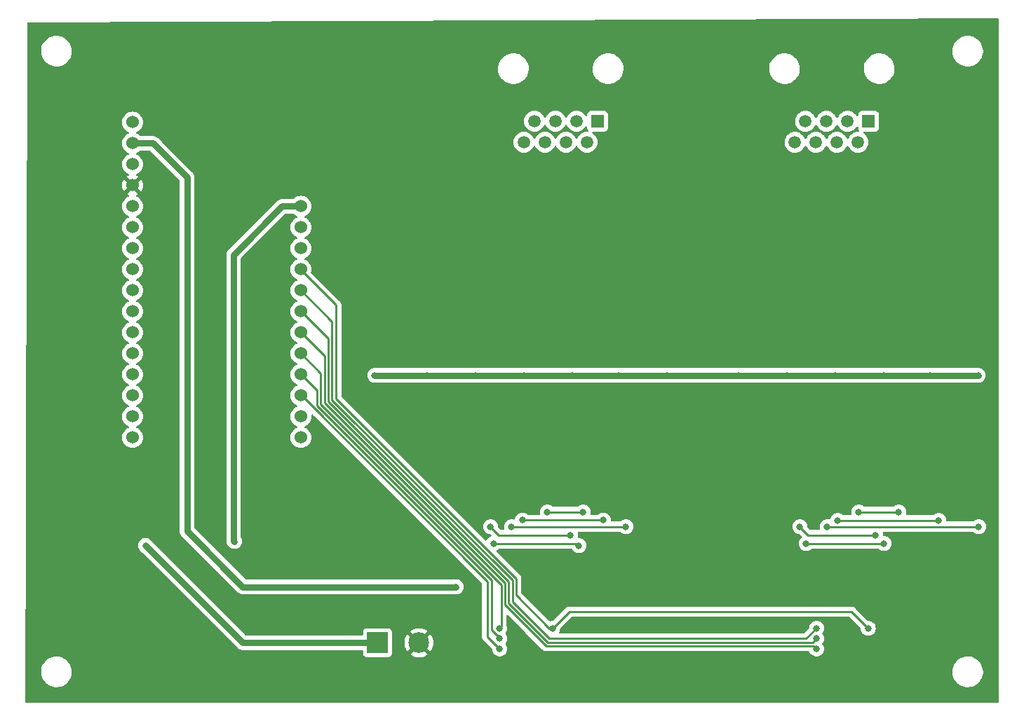
<source format=gbr>
%TF.GenerationSoftware,KiCad,Pcbnew,7.0.10*%
%TF.CreationDate,2024-03-07T20:10:10-06:00*%
%TF.ProjectId,Coax Switch Controller,436f6178-2053-4776-9974-636820436f6e,1.0*%
%TF.SameCoordinates,Original*%
%TF.FileFunction,Copper,L2,Bot*%
%TF.FilePolarity,Positive*%
%FSLAX46Y46*%
G04 Gerber Fmt 4.6, Leading zero omitted, Abs format (unit mm)*
G04 Created by KiCad (PCBNEW 7.0.10) date 2024-03-07 20:10:10*
%MOMM*%
%LPD*%
G01*
G04 APERTURE LIST*
%TA.AperFunction,ComponentPad*%
%ADD10R,2.500000X2.500000*%
%TD*%
%TA.AperFunction,ComponentPad*%
%ADD11C,2.500000*%
%TD*%
%TA.AperFunction,ComponentPad*%
%ADD12C,1.524000*%
%TD*%
%TA.AperFunction,ComponentPad*%
%ADD13R,1.500000X1.500000*%
%TD*%
%TA.AperFunction,ComponentPad*%
%ADD14C,1.500000*%
%TD*%
%TA.AperFunction,ViaPad*%
%ADD15C,0.800000*%
%TD*%
%TA.AperFunction,Conductor*%
%ADD16C,0.250000*%
%TD*%
%TA.AperFunction,Conductor*%
%ADD17C,0.750000*%
%TD*%
G04 APERTURE END LIST*
D10*
%TO.P,J3,1,Pin_1*%
%TO.N,Net-(D25-A)*%
X131134000Y-134170000D03*
D11*
%TO.P,J3,2,Pin_2*%
%TO.N,GND*%
X136134000Y-134170000D03*
%TD*%
D12*
%TO.P,U1,1,Reset*%
%TO.N,unconnected-(U1-Reset-Pad1)*%
X101564500Y-71267000D03*
%TO.P,U1,2,3.3V*%
%TO.N,+3.3V*%
X101564500Y-73807000D03*
%TO.P,U1,3,NC*%
%TO.N,unconnected-(U1-NC-Pad3)*%
X101564500Y-76347000D03*
%TO.P,U1,4,GND*%
%TO.N,GND*%
X101564500Y-78887000D03*
%TO.P,U1,5,26_/_A0*%
%TO.N,unconnected-(U1-26_{slash}_A0-Pad5)*%
X101564500Y-81427000D03*
%TO.P,U1,6,25_/_A1*%
%TO.N,unconnected-(U1-25_{slash}_A1-Pad6)*%
X101564500Y-83967000D03*
%TO.P,U1,7,34_/_A2*%
%TO.N,unconnected-(U1-34_{slash}_A2-Pad7)*%
X101564500Y-86507000D03*
%TO.P,U1,8,39_/_A3*%
%TO.N,unconnected-(U1-39_{slash}_A3-Pad8)*%
X101564500Y-89047000D03*
%TO.P,U1,9,36_/_A4*%
%TO.N,unconnected-(U1-36_{slash}_A4-Pad9)*%
X101564500Y-91587000D03*
%TO.P,U1,10,35_/_A5*%
%TO.N,unconnected-(U1-35_{slash}_A5-Pad10)*%
X101564500Y-94127000D03*
%TO.P,U1,11,18_/_SCK*%
%TO.N,unconnected-(U1-18_{slash}_SCK-Pad11)*%
X101564500Y-96667000D03*
%TO.P,U1,12,23_/_PICO*%
%TO.N,unconnected-(U1-23_{slash}_PICO-Pad12)*%
X101564500Y-99207000D03*
%TO.P,U1,13,19_/_POCI*%
%TO.N,unconnected-(U1-19_{slash}_POCI-Pad13)*%
X101564500Y-101747000D03*
%TO.P,U1,14,16_/_RX*%
%TO.N,unconnected-(U1-16_{slash}_RX-Pad14)*%
X101564500Y-104287000D03*
%TO.P,U1,15,17_/_TX*%
%TO.N,unconnected-(U1-17_{slash}_TX-Pad15)*%
X101564500Y-106827000D03*
%TO.P,U1,16,4_/_FREE*%
%TO.N,unconnected-(U1-4_{slash}_FREE-Pad16)*%
X101564500Y-109367000D03*
%TO.P,U1,17,21_/_SDA*%
%TO.N,unconnected-(U1-21_{slash}_SDA-Pad17)*%
X121884500Y-109367000D03*
%TO.P,U1,18,22_/_SCL*%
%TO.N,unconnected-(U1-22_{slash}_SCL-Pad18)*%
X121884500Y-106827000D03*
%TO.P,U1,19,14*%
%TO.N,Net-(U1-14)*%
X121884500Y-104287000D03*
%TO.P,U1,20,32*%
%TO.N,Net-(U1-32)*%
X121884500Y-101747000D03*
%TO.P,U1,21,15*%
%TO.N,Net-(U1-15)*%
X121884500Y-99207000D03*
%TO.P,U1,22,33*%
%TO.N,Net-(U1-33)*%
X121884500Y-96667000D03*
%TO.P,U1,23,27*%
%TO.N,Net-(U1-27)*%
X121884500Y-94127000D03*
%TO.P,U1,24,12*%
%TO.N,Net-(U1-12)*%
X121884500Y-91587000D03*
%TO.P,U1,25,13_/_LED*%
%TO.N,Net-(U1-13_{slash}_LED)*%
X121884500Y-89047000D03*
%TO.P,U1,26,VUSB*%
%TO.N,unconnected-(U1-VUSB-Pad26)*%
X121884500Y-86507000D03*
%TO.P,U1,27,EN*%
%TO.N,unconnected-(U1-EN-Pad27)*%
X121884500Y-83967000D03*
%TO.P,U1,28,VBATT*%
%TO.N,+5V*%
X121884500Y-81427000D03*
%TD*%
D13*
%TO.P,J2,1*%
%TO.N,Net-(FB7-Pad2)*%
X157698500Y-71140000D03*
D14*
%TO.P,J2,2*%
%TO.N,Net-(FB8-Pad2)*%
X156428500Y-73680000D03*
%TO.P,J2,3*%
%TO.N,Net-(FB9-Pad2)*%
X155158500Y-71140000D03*
%TO.P,J2,4*%
%TO.N,Net-(FB10-Pad2)*%
X153888500Y-73680000D03*
%TO.P,J2,5*%
%TO.N,Net-(FB11-Pad2)*%
X152618500Y-71140000D03*
%TO.P,J2,6*%
%TO.N,Net-(FB12-Pad2)*%
X151348500Y-73680000D03*
%TO.P,J2,7*%
%TO.N,Net-(FB15-Pad2)*%
X150078500Y-71140000D03*
%TO.P,J2,8*%
%TO.N,Net-(FB16-Pad2)*%
X148808500Y-73680000D03*
%TD*%
D13*
%TO.P,J1,1*%
%TO.N,Net-(FB1-Pad2)*%
X190416500Y-71140000D03*
D14*
%TO.P,J1,2*%
%TO.N,Net-(FB2-Pad2)*%
X189146500Y-73680000D03*
%TO.P,J1,3*%
%TO.N,Net-(FB3-Pad2)*%
X187876500Y-71140000D03*
%TO.P,J1,4*%
%TO.N,Net-(FB4-Pad2)*%
X186606500Y-73680000D03*
%TO.P,J1,5*%
%TO.N,Net-(FB5-Pad2)*%
X185336500Y-71140000D03*
%TO.P,J1,6*%
%TO.N,Net-(FB6-Pad2)*%
X184066500Y-73680000D03*
%TO.P,J1,7*%
%TO.N,Net-(FB13-Pad2)*%
X182796500Y-71140000D03*
%TO.P,J1,8*%
%TO.N,Net-(FB14-Pad2)*%
X181526500Y-73680000D03*
%TD*%
D15*
%TO.N,GND*%
X127634000Y-113420000D03*
X120634000Y-120420000D03*
X126634000Y-124920000D03*
X139134000Y-124920000D03*
X177634000Y-132170000D03*
X157634000Y-132170000D03*
X169884000Y-132170000D03*
%TO.N,Net-(U1-12)*%
X184134000Y-132420000D03*
%TO.N,Net-(U1-33)*%
X184134000Y-134920000D03*
%TO.N,Net-(U1-27)*%
X184134000Y-133670000D03*
%TO.N,+12V*%
X130810000Y-101854000D03*
%TO.N,Net-(D25-A)*%
X103134000Y-122420000D03*
%TO.N,+5V*%
X113884000Y-121920000D03*
%TO.N,GND*%
X123967332Y-62670000D03*
X194134000Y-78420000D03*
X169884000Y-114420000D03*
X193802000Y-89662000D03*
X144884000Y-105170000D03*
X176634000Y-113420000D03*
X189800662Y-62670000D03*
X104217333Y-62670000D03*
X187960000Y-89662000D03*
X117383999Y-62670000D03*
X176276000Y-89662000D03*
X142821500Y-137920000D03*
X169884000Y-62670000D03*
X188318000Y-113420000D03*
X177884000Y-78420000D03*
X177634000Y-124920000D03*
X169884000Y-67991428D03*
X133384000Y-119420000D03*
X162052000Y-105156000D03*
X110884000Y-71920000D03*
X150300664Y-62670000D03*
X202384000Y-122170000D03*
X169884000Y-89670000D03*
X163467330Y-62670000D03*
X139134000Y-113420000D03*
X92384000Y-68420000D03*
X199884000Y-105170000D03*
X117384000Y-112920000D03*
X182118000Y-89662000D03*
X105884000Y-112920000D03*
X130550665Y-84920000D03*
X110884000Y-94170000D03*
X92384000Y-76170000D03*
X105884000Y-103670000D03*
X139134000Y-105156000D03*
X92384000Y-112820000D03*
X110800666Y-62670000D03*
X202384000Y-74295000D03*
X152634000Y-137920000D03*
X204634000Y-96670000D03*
X117384000Y-71920000D03*
X117884000Y-137920000D03*
X202384000Y-80170000D03*
X144526000Y-89662000D03*
X157634000Y-124920000D03*
X128134000Y-103670000D03*
X176634000Y-105170000D03*
X182384000Y-105170000D03*
X98884000Y-137920000D03*
X156464000Y-105156000D03*
X204634000Y-85170000D03*
X105884000Y-94170000D03*
X169884000Y-109170000D03*
X105634000Y-80920000D03*
X199748000Y-113420000D03*
X186571500Y-137920000D03*
X150634000Y-105170000D03*
X150634000Y-113420000D03*
X146558000Y-118364000D03*
X169884000Y-119670000D03*
X183217329Y-62670000D03*
X196384000Y-137920000D03*
X130550665Y-94170000D03*
X184150000Y-118364000D03*
X157634000Y-128920000D03*
X137133998Y-62738000D03*
X145384000Y-78420000D03*
X92384000Y-103520000D03*
X156406000Y-113420000D03*
X143717331Y-62670000D03*
X117134000Y-80920000D03*
X162248000Y-113420000D03*
X202384000Y-68420000D03*
X117384000Y-103670000D03*
X110884000Y-103670000D03*
X110634000Y-80920000D03*
X169884000Y-78420000D03*
X169884000Y-124920000D03*
X156210000Y-89662000D03*
X169884000Y-128920000D03*
X117384000Y-94170000D03*
X204634000Y-113420000D03*
X194160000Y-113420000D03*
X204634000Y-105170000D03*
X110884000Y-112920000D03*
X162052000Y-89662000D03*
X202384000Y-127670000D03*
X97634000Y-62670000D03*
X169884000Y-99920000D03*
X92384000Y-122120000D03*
X177634000Y-128920000D03*
X130550665Y-71920000D03*
X150368000Y-89662000D03*
X92384000Y-94220000D03*
X132588000Y-106680000D03*
X92384000Y-84920000D03*
X144722000Y-113420000D03*
X188384000Y-105170000D03*
X161384000Y-78420000D03*
X176633996Y-62670000D03*
X138684000Y-89662000D03*
X130550665Y-62670000D03*
X199644000Y-89662000D03*
X182222000Y-113420000D03*
X196384000Y-62670000D03*
X92384000Y-131420000D03*
X169884000Y-103920000D03*
X194134000Y-105170000D03*
X202384000Y-133170000D03*
X156883997Y-62670000D03*
%TO.N,+12V*%
X137160000Y-101854000D03*
X203642000Y-101854000D03*
X180594000Y-101854000D03*
X148844000Y-101854000D03*
X174752000Y-101854000D03*
X143002000Y-101854000D03*
X197866000Y-101854000D03*
X160274000Y-101854000D03*
X186436000Y-101854000D03*
X166116000Y-101854000D03*
X192278000Y-101854000D03*
X154686000Y-101854000D03*
%TO.N,+3.3V*%
X140634000Y-127420000D03*
%TO.N,Net-(U1-14)*%
X145884000Y-134920000D03*
%TO.N,Net-(U1-32)*%
X145884000Y-133670000D03*
%TO.N,Net-(U1-15)*%
X145884000Y-132420000D03*
%TO.N,Net-(U1-13_{slash}_LED)*%
X152273000Y-132420000D03*
X190373000Y-132420000D03*
%TO.N,Net-(U2-~{Y0})*%
X185420000Y-120142000D03*
X203708000Y-120142000D03*
%TO.N,Net-(U2-~{Y1})*%
X186690000Y-119380000D03*
X198882000Y-119380000D03*
%TO.N,Net-(U2-~{Y3})*%
X194056000Y-118364000D03*
X189230000Y-118364000D03*
%TO.N,Net-(U2-~{Y4})*%
X182118000Y-120142000D03*
X191262000Y-121158000D03*
%TO.N,Net-(U2-~{Y5})*%
X182880000Y-122174000D03*
X192278000Y-122174000D03*
%TO.N,Net-(U3-~{Y0})*%
X147320000Y-120142000D03*
X161128000Y-120142000D03*
%TO.N,Net-(U3-~{Y1})*%
X148630200Y-119339800D03*
X158384000Y-119339800D03*
%TO.N,Net-(U3-~{Y3})*%
X151638000Y-118364000D03*
X155956000Y-118364000D03*
%TO.N,Net-(U3-~{Y4})*%
X154432000Y-121158000D03*
X144780000Y-120142000D03*
%TO.N,Net-(U3-~{Y5})*%
X145134000Y-122174000D03*
X155448000Y-122428000D03*
%TD*%
D16*
%TO.N,Net-(U1-14)*%
X121932624Y-104287000D02*
X121884500Y-104287000D01*
X144384000Y-126738376D02*
X121932624Y-104287000D01*
X144384000Y-133420000D02*
X144384000Y-126738376D01*
X145884000Y-134920000D02*
X144384000Y-133420000D01*
%TO.N,Net-(U1-32)*%
X123834000Y-105551980D02*
X123834000Y-103696500D01*
X144884000Y-132574305D02*
X144884000Y-126601980D01*
X123834000Y-103696500D02*
X121884500Y-101747000D01*
X145884000Y-133574305D02*
X144884000Y-132574305D01*
X145884000Y-133670000D02*
X145884000Y-133574305D01*
X144884000Y-126601980D02*
X123834000Y-105551980D01*
%TO.N,Net-(U1-15)*%
X124284000Y-101606500D02*
X121884500Y-99207000D01*
X124284000Y-105365584D02*
X124284000Y-101606500D01*
X146084000Y-127165584D02*
X124284000Y-105365584D01*
X146084000Y-132220000D02*
X146084000Y-127165584D01*
X145884000Y-132420000D02*
X146084000Y-132220000D01*
%TO.N,Net-(U1-33)*%
X124734000Y-105179188D02*
X124734000Y-99516500D01*
X146534000Y-126979188D02*
X124734000Y-105179188D01*
X151522604Y-134570000D02*
X146534000Y-129581396D01*
X146534000Y-129581396D02*
X146534000Y-126979188D01*
X124734000Y-99516500D02*
X121884500Y-96667000D01*
X183784000Y-134570000D02*
X151522604Y-134570000D01*
X184134000Y-134920000D02*
X183784000Y-134570000D01*
%TO.N,Net-(U1-27)*%
X125184000Y-97426500D02*
X121884500Y-94127000D01*
X146984000Y-126792792D02*
X125184000Y-104992792D01*
X151709000Y-134120000D02*
X146984000Y-129395000D01*
X125184000Y-104992792D02*
X125184000Y-97426500D01*
X183684000Y-134120000D02*
X151709000Y-134120000D01*
X146984000Y-129395000D02*
X146984000Y-126792792D01*
X184134000Y-133670000D02*
X183684000Y-134120000D01*
%TO.N,Net-(U1-12)*%
X147434000Y-126606396D02*
X125634000Y-104806396D01*
X125634000Y-104806396D02*
X125634000Y-95336500D01*
X147434000Y-129208604D02*
X147434000Y-126606396D01*
X151895396Y-133670000D02*
X147434000Y-129208604D01*
X182884000Y-133670000D02*
X151895396Y-133670000D01*
X125634000Y-95336500D02*
X121884500Y-91587000D01*
X184134000Y-132420000D02*
X182884000Y-133670000D01*
%TO.N,Net-(U1-13_{slash}_LED)*%
X126134000Y-93368000D02*
X121884500Y-89118500D01*
X147884000Y-126420000D02*
X126134000Y-104670000D01*
X151884000Y-132420000D02*
X147884000Y-128420000D01*
X121884500Y-89118500D02*
X121884500Y-89047000D01*
X152273000Y-132420000D02*
X151884000Y-132420000D01*
X147884000Y-128420000D02*
X147884000Y-126420000D01*
X126134000Y-104670000D02*
X126134000Y-93368000D01*
X154273000Y-130420000D02*
X188373000Y-130420000D01*
X152273000Y-132420000D02*
X154273000Y-130420000D01*
X188373000Y-130420000D02*
X190373000Y-132420000D01*
%TO.N,Net-(U2-~{Y5})*%
X182880000Y-122174000D02*
X192278000Y-122174000D01*
%TO.N,Net-(U3-~{Y0})*%
X161128000Y-120142000D02*
X147320000Y-120142000D01*
%TO.N,Net-(U3-~{Y3})*%
X151638000Y-118364000D02*
X155956000Y-118364000D01*
%TO.N,Net-(U3-~{Y5})*%
X145134000Y-122174000D02*
X155194000Y-122174000D01*
X155194000Y-122174000D02*
X155448000Y-122428000D01*
D17*
%TO.N,+5V*%
X113759000Y-121795000D02*
X113884000Y-121920000D01*
X119627000Y-81427000D02*
X113759000Y-87295000D01*
X121884500Y-81427000D02*
X119627000Y-81427000D01*
X113759000Y-87295000D02*
X113759000Y-121795000D01*
%TO.N,+3.3V*%
X104021000Y-73807000D02*
X101564500Y-73807000D01*
X108134000Y-77920000D02*
X104021000Y-73807000D01*
X108134000Y-120670000D02*
X108134000Y-77920000D01*
X114884000Y-127420000D02*
X108134000Y-120670000D01*
X140634000Y-127420000D02*
X114884000Y-127420000D01*
%TO.N,Net-(D25-A)*%
X114884000Y-134170000D02*
X103134000Y-122420000D01*
X131134000Y-134170000D02*
X114884000Y-134170000D01*
D16*
%TO.N,Net-(U3-~{Y1})*%
X158384000Y-119339800D02*
X148630200Y-119339800D01*
D17*
%TO.N,+12V*%
X130810000Y-101854000D02*
X203642000Y-101854000D01*
D16*
%TO.N,Net-(U2-~{Y0})*%
X203708000Y-120142000D02*
X185420000Y-120142000D01*
%TO.N,Net-(U2-~{Y1})*%
X186690000Y-119380000D02*
X198882000Y-119380000D01*
%TO.N,Net-(U2-~{Y3})*%
X194056000Y-118364000D02*
X189230000Y-118364000D01*
%TO.N,Net-(U2-~{Y4})*%
X191262000Y-121158000D02*
X183134000Y-121158000D01*
X183134000Y-121158000D02*
X182118000Y-120142000D01*
%TO.N,Net-(U3-~{Y1})*%
X148590000Y-119380000D02*
X148630200Y-119339800D01*
%TO.N,Net-(U3-~{Y4})*%
X144780000Y-120142000D02*
X145796000Y-121158000D01*
X145796000Y-121158000D02*
X154432000Y-121158000D01*
%TD*%
%TA.AperFunction,Conductor*%
%TO.N,GND*%
G36*
X206076598Y-58693927D02*
G01*
X206122575Y-58746537D01*
X206134000Y-58798525D01*
X206134000Y-141296000D01*
X206114315Y-141363039D01*
X206061511Y-141408794D01*
X206010000Y-141420000D01*
X88758377Y-141420000D01*
X88691338Y-141400315D01*
X88645583Y-141347511D01*
X88634378Y-141295623D01*
X88645192Y-137737763D01*
X90529787Y-137737763D01*
X90559413Y-138007013D01*
X90559415Y-138007024D01*
X90627926Y-138269082D01*
X90627928Y-138269088D01*
X90733870Y-138518390D01*
X90805998Y-138636575D01*
X90874979Y-138749605D01*
X90874986Y-138749615D01*
X91048253Y-138957819D01*
X91048259Y-138957824D01*
X91249998Y-139138582D01*
X91475910Y-139288044D01*
X91721176Y-139403020D01*
X91721183Y-139403022D01*
X91721185Y-139403023D01*
X91980557Y-139481057D01*
X91980564Y-139481058D01*
X91980569Y-139481060D01*
X92248561Y-139520500D01*
X92248566Y-139520500D01*
X92451629Y-139520500D01*
X92451631Y-139520500D01*
X92451636Y-139520499D01*
X92451648Y-139520499D01*
X92489191Y-139517750D01*
X92654156Y-139505677D01*
X92766758Y-139480593D01*
X92918546Y-139446782D01*
X92918548Y-139446781D01*
X92918553Y-139446780D01*
X93171558Y-139350014D01*
X93407777Y-139217441D01*
X93622177Y-139051888D01*
X93810186Y-138856881D01*
X93967799Y-138636579D01*
X94041787Y-138492669D01*
X94091649Y-138395690D01*
X94091651Y-138395684D01*
X94091656Y-138395675D01*
X94179118Y-138139305D01*
X94228319Y-137872933D01*
X94233259Y-137737763D01*
X200529787Y-137737763D01*
X200559413Y-138007013D01*
X200559415Y-138007024D01*
X200627926Y-138269082D01*
X200627928Y-138269088D01*
X200733870Y-138518390D01*
X200805998Y-138636575D01*
X200874979Y-138749605D01*
X200874986Y-138749615D01*
X201048253Y-138957819D01*
X201048259Y-138957824D01*
X201249998Y-139138582D01*
X201475910Y-139288044D01*
X201721176Y-139403020D01*
X201721183Y-139403022D01*
X201721185Y-139403023D01*
X201980557Y-139481057D01*
X201980564Y-139481058D01*
X201980569Y-139481060D01*
X202248561Y-139520500D01*
X202248566Y-139520500D01*
X202451629Y-139520500D01*
X202451631Y-139520500D01*
X202451636Y-139520499D01*
X202451648Y-139520499D01*
X202489191Y-139517750D01*
X202654156Y-139505677D01*
X202766758Y-139480593D01*
X202918546Y-139446782D01*
X202918548Y-139446781D01*
X202918553Y-139446780D01*
X203171558Y-139350014D01*
X203407777Y-139217441D01*
X203622177Y-139051888D01*
X203810186Y-138856881D01*
X203967799Y-138636579D01*
X204041787Y-138492669D01*
X204091649Y-138395690D01*
X204091651Y-138395684D01*
X204091656Y-138395675D01*
X204179118Y-138139305D01*
X204228319Y-137872933D01*
X204238212Y-137602235D01*
X204208586Y-137332982D01*
X204140072Y-137070912D01*
X204034130Y-136821610D01*
X203893018Y-136590390D01*
X203803747Y-136483119D01*
X203719746Y-136382180D01*
X203719740Y-136382175D01*
X203518002Y-136201418D01*
X203292092Y-136051957D01*
X203292090Y-136051956D01*
X203046824Y-135936980D01*
X203046819Y-135936978D01*
X203046814Y-135936976D01*
X202787442Y-135858942D01*
X202787428Y-135858939D01*
X202671791Y-135841921D01*
X202519439Y-135819500D01*
X202316369Y-135819500D01*
X202316351Y-135819500D01*
X202113844Y-135834323D01*
X202113831Y-135834325D01*
X201849453Y-135893217D01*
X201849446Y-135893220D01*
X201596439Y-135989987D01*
X201360226Y-136122557D01*
X201145822Y-136288112D01*
X200957822Y-136483109D01*
X200957816Y-136483116D01*
X200800202Y-136703419D01*
X200800199Y-136703424D01*
X200676350Y-136944309D01*
X200676343Y-136944327D01*
X200588884Y-137200685D01*
X200588881Y-137200699D01*
X200539681Y-137467068D01*
X200539680Y-137467075D01*
X200529787Y-137737763D01*
X94233259Y-137737763D01*
X94238212Y-137602235D01*
X94208586Y-137332982D01*
X94140072Y-137070912D01*
X94034130Y-136821610D01*
X93893018Y-136590390D01*
X93803747Y-136483119D01*
X93719746Y-136382180D01*
X93719740Y-136382175D01*
X93518002Y-136201418D01*
X93292092Y-136051957D01*
X93292090Y-136051956D01*
X93046824Y-135936980D01*
X93046819Y-135936978D01*
X93046814Y-135936976D01*
X92787442Y-135858942D01*
X92787428Y-135858939D01*
X92671791Y-135841921D01*
X92519439Y-135819500D01*
X92316369Y-135819500D01*
X92316351Y-135819500D01*
X92113844Y-135834323D01*
X92113831Y-135834325D01*
X91849453Y-135893217D01*
X91849446Y-135893220D01*
X91596439Y-135989987D01*
X91360226Y-136122557D01*
X91145822Y-136288112D01*
X90957822Y-136483109D01*
X90957816Y-136483116D01*
X90800202Y-136703419D01*
X90800199Y-136703424D01*
X90676350Y-136944309D01*
X90676343Y-136944327D01*
X90588884Y-137200685D01*
X90588881Y-137200699D01*
X90539681Y-137467068D01*
X90539680Y-137467075D01*
X90529787Y-137737763D01*
X88645192Y-137737763D01*
X88691750Y-122420000D01*
X102228540Y-122420000D01*
X102248326Y-122608256D01*
X102248327Y-122608259D01*
X102306818Y-122788277D01*
X102306821Y-122788284D01*
X102401467Y-122952216D01*
X102528129Y-123092888D01*
X102668763Y-123195064D01*
X102683552Y-123207696D01*
X114236199Y-134760343D01*
X114243026Y-134767749D01*
X114278361Y-134809350D01*
X114278368Y-134809355D01*
X114278369Y-134809357D01*
X114343428Y-134858813D01*
X114346012Y-134860832D01*
X114351979Y-134865629D01*
X114409702Y-134912030D01*
X114409872Y-134912114D01*
X114429814Y-134924483D01*
X114429971Y-134924602D01*
X114504143Y-134958917D01*
X114507120Y-134960344D01*
X114580307Y-134996641D01*
X114580483Y-134996684D01*
X114602626Y-135004480D01*
X114602803Y-135004562D01*
X114602806Y-135004563D01*
X114656112Y-135016296D01*
X114682573Y-135022120D01*
X114685822Y-135022881D01*
X114765110Y-135042600D01*
X114765283Y-135042604D01*
X114788602Y-135045460D01*
X114788784Y-135045500D01*
X114870462Y-135045500D01*
X114873820Y-135045545D01*
X114955473Y-135047757D01*
X114955655Y-135047721D01*
X114979023Y-135045500D01*
X129259501Y-135045500D01*
X129326540Y-135065185D01*
X129372295Y-135117989D01*
X129383501Y-135169500D01*
X129383501Y-135467876D01*
X129389908Y-135527483D01*
X129440202Y-135662328D01*
X129440206Y-135662335D01*
X129526452Y-135777544D01*
X129526455Y-135777547D01*
X129641664Y-135863793D01*
X129641671Y-135863797D01*
X129776517Y-135914091D01*
X129776516Y-135914091D01*
X129783444Y-135914835D01*
X129836127Y-135920500D01*
X132431872Y-135920499D01*
X132491483Y-135914091D01*
X132626331Y-135863796D01*
X132741546Y-135777546D01*
X132827796Y-135662331D01*
X132878091Y-135527483D01*
X132884500Y-135467873D01*
X132884500Y-134170004D01*
X134379093Y-134170004D01*
X134398692Y-134431545D01*
X134398693Y-134431550D01*
X134457058Y-134687270D01*
X134552883Y-134931426D01*
X134552882Y-134931426D01*
X134684027Y-135158573D01*
X134731874Y-135218571D01*
X135531452Y-134418993D01*
X135541188Y-134448956D01*
X135629186Y-134587619D01*
X135748903Y-134700040D01*
X135883510Y-134774041D01*
X135084830Y-135572720D01*
X135256546Y-135689793D01*
X135256550Y-135689795D01*
X135492854Y-135803594D01*
X135492858Y-135803595D01*
X135743494Y-135880907D01*
X135743500Y-135880909D01*
X136002848Y-135919999D01*
X136002857Y-135920000D01*
X136265143Y-135920000D01*
X136265151Y-135919999D01*
X136524499Y-135880909D01*
X136524505Y-135880907D01*
X136775143Y-135803595D01*
X137011445Y-135689798D01*
X137011447Y-135689797D01*
X137183168Y-135572720D01*
X136381534Y-134771086D01*
X136449629Y-134744126D01*
X136582492Y-134647595D01*
X136687175Y-134521055D01*
X136735631Y-134418078D01*
X137536125Y-135218572D01*
X137583971Y-135158573D01*
X137715116Y-134931426D01*
X137810941Y-134687270D01*
X137869306Y-134431550D01*
X137869307Y-134431545D01*
X137888907Y-134170004D01*
X137888907Y-134169995D01*
X137869307Y-133908454D01*
X137869306Y-133908449D01*
X137810941Y-133652729D01*
X137715116Y-133408573D01*
X137715117Y-133408573D01*
X137583972Y-133181426D01*
X137536124Y-133121427D01*
X136736546Y-133921004D01*
X136726812Y-133891044D01*
X136638814Y-133752381D01*
X136519097Y-133639960D01*
X136384489Y-133565958D01*
X137183168Y-132767278D01*
X137011454Y-132650206D01*
X137011445Y-132650201D01*
X136775142Y-132536404D01*
X136775144Y-132536404D01*
X136524505Y-132459092D01*
X136524499Y-132459090D01*
X136265151Y-132420000D01*
X136002848Y-132420000D01*
X135743500Y-132459090D01*
X135743494Y-132459092D01*
X135492858Y-132536404D01*
X135492854Y-132536405D01*
X135256547Y-132650205D01*
X135256539Y-132650210D01*
X135084830Y-132767277D01*
X135886466Y-133568913D01*
X135818371Y-133595874D01*
X135685508Y-133692405D01*
X135580825Y-133818945D01*
X135532368Y-133921920D01*
X134731874Y-133121427D01*
X134684028Y-133181425D01*
X134552883Y-133408573D01*
X134457058Y-133652729D01*
X134398693Y-133908449D01*
X134398692Y-133908454D01*
X134379093Y-134169995D01*
X134379093Y-134170004D01*
X132884500Y-134170004D01*
X132884499Y-132872128D01*
X132878091Y-132812517D01*
X132827796Y-132677669D01*
X132827795Y-132677668D01*
X132827793Y-132677664D01*
X132741547Y-132562455D01*
X132741544Y-132562452D01*
X132626335Y-132476206D01*
X132626328Y-132476202D01*
X132491482Y-132425908D01*
X132491483Y-132425908D01*
X132431883Y-132419501D01*
X132431881Y-132419500D01*
X132431873Y-132419500D01*
X132431864Y-132419500D01*
X129836129Y-132419500D01*
X129836123Y-132419501D01*
X129776516Y-132425908D01*
X129641671Y-132476202D01*
X129641664Y-132476206D01*
X129526455Y-132562452D01*
X129526452Y-132562455D01*
X129440206Y-132677664D01*
X129440202Y-132677671D01*
X129389908Y-132812517D01*
X129384965Y-132858501D01*
X129383501Y-132872123D01*
X129383500Y-132872135D01*
X129383500Y-133170500D01*
X129363815Y-133237539D01*
X129311011Y-133283294D01*
X129259500Y-133294500D01*
X115298006Y-133294500D01*
X115230967Y-133274815D01*
X115210325Y-133258181D01*
X103914418Y-121962274D01*
X103894711Y-121936591D01*
X103866534Y-121887785D01*
X103739870Y-121747111D01*
X103586734Y-121635851D01*
X103586729Y-121635848D01*
X103413807Y-121558857D01*
X103413802Y-121558855D01*
X103260562Y-121526284D01*
X103228646Y-121519500D01*
X103039354Y-121519500D01*
X103007438Y-121526284D01*
X102854197Y-121558855D01*
X102854192Y-121558857D01*
X102681270Y-121635848D01*
X102681265Y-121635851D01*
X102528129Y-121747111D01*
X102401466Y-121887785D01*
X102306821Y-122051715D01*
X102306818Y-122051722D01*
X102263095Y-122186290D01*
X102248326Y-122231744D01*
X102228540Y-122420000D01*
X88691750Y-122420000D01*
X88731425Y-109367002D01*
X100297177Y-109367002D01*
X100316429Y-109587062D01*
X100316430Y-109587070D01*
X100373604Y-109800445D01*
X100373605Y-109800447D01*
X100373606Y-109800450D01*
X100466966Y-110000662D01*
X100466968Y-110000666D01*
X100593670Y-110181615D01*
X100593675Y-110181621D01*
X100749878Y-110337824D01*
X100749884Y-110337829D01*
X100930833Y-110464531D01*
X100930835Y-110464532D01*
X100930838Y-110464534D01*
X101131050Y-110557894D01*
X101344432Y-110615070D01*
X101501623Y-110628822D01*
X101564498Y-110634323D01*
X101564500Y-110634323D01*
X101564502Y-110634323D01*
X101619517Y-110629509D01*
X101784568Y-110615070D01*
X101997950Y-110557894D01*
X102198162Y-110464534D01*
X102379120Y-110337826D01*
X102535326Y-110181620D01*
X102662034Y-110000662D01*
X102755394Y-109800450D01*
X102812570Y-109587068D01*
X102831823Y-109367000D01*
X102812570Y-109146932D01*
X102755394Y-108933550D01*
X102662034Y-108733339D01*
X102535326Y-108552380D01*
X102379120Y-108396174D01*
X102379116Y-108396171D01*
X102379115Y-108396170D01*
X102198166Y-108269468D01*
X102198158Y-108269464D01*
X102069311Y-108209382D01*
X102016871Y-108163210D01*
X101997719Y-108096017D01*
X102017935Y-108029135D01*
X102069311Y-107984618D01*
X102075302Y-107981824D01*
X102198162Y-107924534D01*
X102379120Y-107797826D01*
X102535326Y-107641620D01*
X102662034Y-107460662D01*
X102755394Y-107260450D01*
X102812570Y-107047068D01*
X102831823Y-106827000D01*
X102812570Y-106606932D01*
X102755394Y-106393550D01*
X102662034Y-106193339D01*
X102535326Y-106012380D01*
X102379120Y-105856174D01*
X102379116Y-105856171D01*
X102379115Y-105856170D01*
X102198166Y-105729468D01*
X102198158Y-105729464D01*
X102069311Y-105669382D01*
X102016871Y-105623210D01*
X101997719Y-105556017D01*
X102017935Y-105489135D01*
X102069311Y-105444618D01*
X102075302Y-105441824D01*
X102198162Y-105384534D01*
X102379120Y-105257826D01*
X102535326Y-105101620D01*
X102662034Y-104920662D01*
X102755394Y-104720450D01*
X102812570Y-104507068D01*
X102831823Y-104287000D01*
X102812570Y-104066932D01*
X102755394Y-103853550D01*
X102662034Y-103653339D01*
X102535326Y-103472380D01*
X102379120Y-103316174D01*
X102379116Y-103316171D01*
X102379115Y-103316170D01*
X102198166Y-103189468D01*
X102198158Y-103189464D01*
X102069311Y-103129382D01*
X102016871Y-103083210D01*
X101997719Y-103016017D01*
X102017935Y-102949135D01*
X102069311Y-102904618D01*
X102075302Y-102901824D01*
X102198162Y-102844534D01*
X102379120Y-102717826D01*
X102535326Y-102561620D01*
X102662034Y-102380662D01*
X102755394Y-102180450D01*
X102812570Y-101967068D01*
X102831823Y-101747000D01*
X102812570Y-101526932D01*
X102755394Y-101313550D01*
X102662034Y-101113339D01*
X102577672Y-100992857D01*
X102535327Y-100932381D01*
X102535323Y-100932377D01*
X102379120Y-100776174D01*
X102379116Y-100776171D01*
X102379115Y-100776170D01*
X102198166Y-100649468D01*
X102198158Y-100649464D01*
X102069311Y-100589382D01*
X102016871Y-100543210D01*
X101997719Y-100476017D01*
X102017935Y-100409135D01*
X102069311Y-100364618D01*
X102079555Y-100359841D01*
X102198162Y-100304534D01*
X102379120Y-100177826D01*
X102535326Y-100021620D01*
X102662034Y-99840662D01*
X102755394Y-99640450D01*
X102812570Y-99427068D01*
X102831823Y-99207000D01*
X102812570Y-98986932D01*
X102755394Y-98773550D01*
X102662034Y-98573339D01*
X102535326Y-98392380D01*
X102379120Y-98236174D01*
X102379116Y-98236171D01*
X102379115Y-98236170D01*
X102198166Y-98109468D01*
X102198158Y-98109464D01*
X102069311Y-98049382D01*
X102016871Y-98003210D01*
X101997719Y-97936017D01*
X102017935Y-97869135D01*
X102069311Y-97824618D01*
X102075302Y-97821824D01*
X102198162Y-97764534D01*
X102379120Y-97637826D01*
X102535326Y-97481620D01*
X102662034Y-97300662D01*
X102755394Y-97100450D01*
X102812570Y-96887068D01*
X102831823Y-96667000D01*
X102812570Y-96446932D01*
X102755394Y-96233550D01*
X102662034Y-96033339D01*
X102535326Y-95852380D01*
X102379120Y-95696174D01*
X102379116Y-95696171D01*
X102379115Y-95696170D01*
X102198166Y-95569468D01*
X102198158Y-95569464D01*
X102069311Y-95509382D01*
X102016871Y-95463210D01*
X101997719Y-95396017D01*
X102017935Y-95329135D01*
X102069311Y-95284618D01*
X102075302Y-95281824D01*
X102198162Y-95224534D01*
X102379120Y-95097826D01*
X102535326Y-94941620D01*
X102662034Y-94760662D01*
X102755394Y-94560450D01*
X102812570Y-94347068D01*
X102831823Y-94127000D01*
X102830749Y-94114728D01*
X102823078Y-94027047D01*
X102812570Y-93906932D01*
X102755394Y-93693550D01*
X102662034Y-93493339D01*
X102567389Y-93358171D01*
X102535327Y-93312381D01*
X102463707Y-93240761D01*
X102379120Y-93156174D01*
X102379116Y-93156171D01*
X102379115Y-93156170D01*
X102198166Y-93029468D01*
X102198158Y-93029464D01*
X102069311Y-92969382D01*
X102016871Y-92923210D01*
X101997719Y-92856017D01*
X102017935Y-92789135D01*
X102069311Y-92744618D01*
X102075302Y-92741824D01*
X102198162Y-92684534D01*
X102379120Y-92557826D01*
X102535326Y-92401620D01*
X102662034Y-92220662D01*
X102755394Y-92020450D01*
X102812570Y-91807068D01*
X102831823Y-91587000D01*
X102812570Y-91366932D01*
X102755394Y-91153550D01*
X102662034Y-90953339D01*
X102535326Y-90772380D01*
X102379120Y-90616174D01*
X102379116Y-90616171D01*
X102379115Y-90616170D01*
X102198166Y-90489468D01*
X102198158Y-90489464D01*
X102069311Y-90429382D01*
X102016871Y-90383210D01*
X101997719Y-90316017D01*
X102017935Y-90249135D01*
X102069311Y-90204618D01*
X102075302Y-90201824D01*
X102198162Y-90144534D01*
X102379120Y-90017826D01*
X102535326Y-89861620D01*
X102662034Y-89680662D01*
X102755394Y-89480450D01*
X102812570Y-89267068D01*
X102831823Y-89047000D01*
X102812570Y-88826932D01*
X102755394Y-88613550D01*
X102662034Y-88413339D01*
X102535326Y-88232380D01*
X102379120Y-88076174D01*
X102379116Y-88076171D01*
X102379115Y-88076170D01*
X102198166Y-87949468D01*
X102198158Y-87949464D01*
X102069311Y-87889382D01*
X102016871Y-87843210D01*
X101997719Y-87776017D01*
X102017935Y-87709135D01*
X102069311Y-87664618D01*
X102117886Y-87641967D01*
X102198162Y-87604534D01*
X102379120Y-87477826D01*
X102535326Y-87321620D01*
X102662034Y-87140662D01*
X102755394Y-86940450D01*
X102812570Y-86727068D01*
X102831823Y-86507000D01*
X102812570Y-86286932D01*
X102755394Y-86073550D01*
X102662034Y-85873339D01*
X102535326Y-85692380D01*
X102379120Y-85536174D01*
X102379116Y-85536171D01*
X102379115Y-85536170D01*
X102198166Y-85409468D01*
X102198158Y-85409464D01*
X102069311Y-85349382D01*
X102016871Y-85303210D01*
X101997719Y-85236017D01*
X102017935Y-85169135D01*
X102069311Y-85124618D01*
X102075302Y-85121824D01*
X102198162Y-85064534D01*
X102379120Y-84937826D01*
X102535326Y-84781620D01*
X102662034Y-84600662D01*
X102755394Y-84400450D01*
X102812570Y-84187068D01*
X102831823Y-83967000D01*
X102812570Y-83746932D01*
X102755394Y-83533550D01*
X102662034Y-83333339D01*
X102535326Y-83152380D01*
X102379120Y-82996174D01*
X102379116Y-82996171D01*
X102379115Y-82996170D01*
X102198166Y-82869468D01*
X102198158Y-82869464D01*
X102069311Y-82809382D01*
X102016871Y-82763210D01*
X101997719Y-82696017D01*
X102017935Y-82629135D01*
X102069311Y-82584618D01*
X102075302Y-82581824D01*
X102198162Y-82524534D01*
X102379120Y-82397826D01*
X102535326Y-82241620D01*
X102662034Y-82060662D01*
X102755394Y-81860450D01*
X102812570Y-81647068D01*
X102831823Y-81427000D01*
X102812570Y-81206932D01*
X102755394Y-80993550D01*
X102662034Y-80793339D01*
X102535326Y-80612380D01*
X102379120Y-80456174D01*
X102379116Y-80456171D01*
X102379115Y-80456170D01*
X102198166Y-80329468D01*
X102198162Y-80329466D01*
X102068718Y-80269105D01*
X102016279Y-80222932D01*
X101997127Y-80155739D01*
X102017343Y-80088858D01*
X102068719Y-80044340D01*
X102197916Y-79984095D01*
X102197917Y-79984094D01*
X102262688Y-79938741D01*
X101591948Y-79268000D01*
X101596069Y-79268000D01*
X101689921Y-79252339D01*
X101801751Y-79191820D01*
X101887871Y-79098269D01*
X101938948Y-78981823D01*
X101944605Y-78913552D01*
X102616241Y-79585188D01*
X102661594Y-79520417D01*
X102661600Y-79520407D01*
X102754919Y-79320284D01*
X102754924Y-79320270D01*
X102812073Y-79106986D01*
X102812075Y-79106976D01*
X102831321Y-78887000D01*
X102831321Y-78886999D01*
X102812075Y-78667023D01*
X102812073Y-78667013D01*
X102754924Y-78453729D01*
X102754920Y-78453720D01*
X102661596Y-78253586D01*
X102616241Y-78188811D01*
X102616240Y-78188810D01*
X101949403Y-78855648D01*
X101949449Y-78855102D01*
X101918234Y-78731838D01*
X101848687Y-78625388D01*
X101748343Y-78547287D01*
X101628078Y-78506000D01*
X101591948Y-78506000D01*
X102262688Y-77835259D01*
X102262687Y-77835258D01*
X102197911Y-77789901D01*
X102197905Y-77789898D01*
X102068719Y-77729658D01*
X102016279Y-77683486D01*
X101997127Y-77616293D01*
X102017343Y-77549411D01*
X102068719Y-77504894D01*
X102198162Y-77444534D01*
X102379120Y-77317826D01*
X102535326Y-77161620D01*
X102662034Y-76980662D01*
X102755394Y-76780450D01*
X102812570Y-76567068D01*
X102831823Y-76347000D01*
X102812570Y-76126932D01*
X102755394Y-75913550D01*
X102662034Y-75713339D01*
X102535326Y-75532380D01*
X102379120Y-75376174D01*
X102379116Y-75376171D01*
X102379115Y-75376170D01*
X102198166Y-75249468D01*
X102198158Y-75249464D01*
X102069311Y-75189382D01*
X102016871Y-75143210D01*
X101997719Y-75076017D01*
X102017935Y-75009135D01*
X102069311Y-74964618D01*
X102075302Y-74961824D01*
X102198162Y-74904534D01*
X102379120Y-74777826D01*
X102438127Y-74718819D01*
X102499450Y-74685334D01*
X102525808Y-74682500D01*
X103606994Y-74682500D01*
X103674033Y-74702185D01*
X103694675Y-74718819D01*
X107222181Y-78246325D01*
X107255666Y-78307648D01*
X107258500Y-78334006D01*
X107258500Y-120629378D01*
X107258091Y-120639442D01*
X107253660Y-120693845D01*
X107264688Y-120774790D01*
X107265096Y-120778120D01*
X107273927Y-120859316D01*
X107273929Y-120859327D01*
X107273990Y-120859506D01*
X107279340Y-120882331D01*
X107279366Y-120882525D01*
X107279369Y-120882537D01*
X107307540Y-120959219D01*
X107308655Y-120962385D01*
X107334731Y-121039776D01*
X107334734Y-121039782D01*
X107334832Y-121039945D01*
X107344969Y-121061099D01*
X107345036Y-121061283D01*
X107345040Y-121061290D01*
X107389046Y-121130139D01*
X107390815Y-121132990D01*
X107432912Y-121202955D01*
X107433042Y-121203092D01*
X107447492Y-121221575D01*
X107447600Y-121221744D01*
X107505395Y-121279539D01*
X107507702Y-121281910D01*
X107563866Y-121341203D01*
X107563868Y-121341204D01*
X107563871Y-121341207D01*
X107564028Y-121341314D01*
X107582121Y-121356265D01*
X114236199Y-128010343D01*
X114243026Y-128017749D01*
X114278361Y-128059350D01*
X114278368Y-128059355D01*
X114278369Y-128059357D01*
X114343428Y-128108813D01*
X114346012Y-128110832D01*
X114373099Y-128132606D01*
X114409702Y-128162030D01*
X114409872Y-128162114D01*
X114429814Y-128174483D01*
X114429971Y-128174602D01*
X114504143Y-128208917D01*
X114507120Y-128210344D01*
X114580307Y-128246641D01*
X114580481Y-128246684D01*
X114602626Y-128254480D01*
X114602803Y-128254562D01*
X114682579Y-128272121D01*
X114685827Y-128272882D01*
X114765111Y-128292600D01*
X114765284Y-128292604D01*
X114788602Y-128295460D01*
X114788784Y-128295500D01*
X114870463Y-128295500D01*
X114873821Y-128295545D01*
X114955473Y-128297757D01*
X114955655Y-128297721D01*
X114979023Y-128295500D01*
X140408706Y-128295500D01*
X140434486Y-128298209D01*
X140539354Y-128320500D01*
X140539355Y-128320500D01*
X140728644Y-128320500D01*
X140728646Y-128320500D01*
X140913803Y-128281144D01*
X141086730Y-128204151D01*
X141239871Y-128092888D01*
X141366533Y-127952216D01*
X141461179Y-127788284D01*
X141519674Y-127608256D01*
X141539460Y-127420000D01*
X141519674Y-127231744D01*
X141461179Y-127051716D01*
X141366533Y-126887784D01*
X141239871Y-126747112D01*
X141239870Y-126747111D01*
X141086734Y-126635851D01*
X141086729Y-126635848D01*
X140913807Y-126558857D01*
X140913802Y-126558855D01*
X140753651Y-126524815D01*
X140728646Y-126519500D01*
X140539354Y-126519500D01*
X140514349Y-126524815D01*
X140434487Y-126541790D01*
X140408706Y-126544500D01*
X115298006Y-126544500D01*
X115230967Y-126524815D01*
X115210325Y-126508181D01*
X110520989Y-121818845D01*
X112878660Y-121818845D01*
X112889688Y-121899790D01*
X112890096Y-121903120D01*
X112898927Y-121984316D01*
X112898929Y-121984327D01*
X112898990Y-121984506D01*
X112904340Y-122007331D01*
X112904366Y-122007525D01*
X112904369Y-122007537D01*
X112932540Y-122084219D01*
X112933655Y-122087385D01*
X112959731Y-122164776D01*
X112959734Y-122164782D01*
X112959832Y-122164945D01*
X112969969Y-122186099D01*
X112970036Y-122186283D01*
X112970040Y-122186290D01*
X113014046Y-122255139D01*
X113015815Y-122257990D01*
X113057912Y-122327955D01*
X113058042Y-122328092D01*
X113072495Y-122346579D01*
X113072602Y-122346747D01*
X113103579Y-122377723D01*
X113123286Y-122403406D01*
X113151463Y-122452211D01*
X113151465Y-122452214D01*
X113278129Y-122592888D01*
X113431265Y-122704148D01*
X113431270Y-122704151D01*
X113604192Y-122781142D01*
X113604197Y-122781144D01*
X113789354Y-122820500D01*
X113789355Y-122820500D01*
X113978644Y-122820500D01*
X113978646Y-122820500D01*
X114163803Y-122781144D01*
X114336730Y-122704151D01*
X114489871Y-122592888D01*
X114616533Y-122452216D01*
X114711179Y-122288284D01*
X114769674Y-122108256D01*
X114789460Y-121920000D01*
X114769674Y-121731744D01*
X114711179Y-121551716D01*
X114681963Y-121501112D01*
X114651113Y-121447677D01*
X114634500Y-121385677D01*
X114634500Y-87709006D01*
X114654185Y-87641967D01*
X114670819Y-87621325D01*
X119953325Y-82338819D01*
X120014648Y-82305334D01*
X120041006Y-82302500D01*
X120923192Y-82302500D01*
X120990231Y-82322185D01*
X121010873Y-82338819D01*
X121069878Y-82397824D01*
X121069884Y-82397829D01*
X121250833Y-82524531D01*
X121250835Y-82524532D01*
X121250838Y-82524534D01*
X121370248Y-82580215D01*
X121379689Y-82584618D01*
X121432128Y-82630790D01*
X121451280Y-82697984D01*
X121431064Y-82764865D01*
X121379689Y-82809382D01*
X121250840Y-82869465D01*
X121250838Y-82869466D01*
X121069877Y-82996175D01*
X120913675Y-83152377D01*
X120786966Y-83333338D01*
X120786965Y-83333340D01*
X120693607Y-83533548D01*
X120693604Y-83533554D01*
X120636430Y-83746929D01*
X120636429Y-83746937D01*
X120617177Y-83966997D01*
X120617177Y-83967002D01*
X120636429Y-84187062D01*
X120636430Y-84187070D01*
X120693604Y-84400445D01*
X120693605Y-84400447D01*
X120693606Y-84400450D01*
X120786966Y-84600662D01*
X120786968Y-84600666D01*
X120913670Y-84781615D01*
X120913675Y-84781621D01*
X121069878Y-84937824D01*
X121069884Y-84937829D01*
X121250833Y-85064531D01*
X121250835Y-85064532D01*
X121250838Y-85064534D01*
X121370248Y-85120215D01*
X121379689Y-85124618D01*
X121432128Y-85170790D01*
X121451280Y-85237984D01*
X121431064Y-85304865D01*
X121379689Y-85349382D01*
X121250840Y-85409465D01*
X121250838Y-85409466D01*
X121069877Y-85536175D01*
X120913675Y-85692377D01*
X120786966Y-85873338D01*
X120786965Y-85873340D01*
X120693607Y-86073548D01*
X120693604Y-86073554D01*
X120636430Y-86286929D01*
X120636429Y-86286937D01*
X120617177Y-86506997D01*
X120617177Y-86507002D01*
X120636429Y-86727062D01*
X120636430Y-86727070D01*
X120693604Y-86940445D01*
X120693605Y-86940447D01*
X120693606Y-86940450D01*
X120765780Y-87095229D01*
X120786966Y-87140662D01*
X120786968Y-87140666D01*
X120913670Y-87321615D01*
X120913675Y-87321621D01*
X121069878Y-87477824D01*
X121069884Y-87477829D01*
X121250833Y-87604531D01*
X121250835Y-87604532D01*
X121250838Y-87604534D01*
X121286847Y-87621325D01*
X121379689Y-87664618D01*
X121432128Y-87710790D01*
X121451280Y-87777984D01*
X121431064Y-87844865D01*
X121379689Y-87889382D01*
X121250840Y-87949465D01*
X121250838Y-87949466D01*
X121069877Y-88076175D01*
X120913675Y-88232377D01*
X120786966Y-88413338D01*
X120786965Y-88413340D01*
X120693607Y-88613548D01*
X120693604Y-88613554D01*
X120636430Y-88826929D01*
X120636429Y-88826937D01*
X120617177Y-89046997D01*
X120617177Y-89047002D01*
X120636429Y-89267062D01*
X120636430Y-89267070D01*
X120693604Y-89480445D01*
X120693605Y-89480447D01*
X120693606Y-89480450D01*
X120696747Y-89487185D01*
X120786966Y-89680662D01*
X120786968Y-89680666D01*
X120913670Y-89861615D01*
X120913675Y-89861621D01*
X121069878Y-90017824D01*
X121069884Y-90017829D01*
X121250833Y-90144531D01*
X121250835Y-90144532D01*
X121250838Y-90144534D01*
X121370248Y-90200215D01*
X121379689Y-90204618D01*
X121432128Y-90250790D01*
X121451280Y-90317984D01*
X121431064Y-90384865D01*
X121379689Y-90429382D01*
X121250840Y-90489465D01*
X121250838Y-90489466D01*
X121069877Y-90616175D01*
X120913675Y-90772377D01*
X120786966Y-90953338D01*
X120786965Y-90953340D01*
X120693607Y-91153548D01*
X120693604Y-91153554D01*
X120636430Y-91366929D01*
X120636429Y-91366937D01*
X120617177Y-91586997D01*
X120617177Y-91587002D01*
X120636429Y-91807062D01*
X120636430Y-91807070D01*
X120693604Y-92020445D01*
X120693605Y-92020447D01*
X120693606Y-92020450D01*
X120786966Y-92220662D01*
X120786968Y-92220666D01*
X120913670Y-92401615D01*
X120913675Y-92401621D01*
X121069878Y-92557824D01*
X121069884Y-92557829D01*
X121250833Y-92684531D01*
X121250835Y-92684532D01*
X121250838Y-92684534D01*
X121370248Y-92740215D01*
X121379689Y-92744618D01*
X121432128Y-92790790D01*
X121451280Y-92857984D01*
X121431064Y-92924865D01*
X121379689Y-92969382D01*
X121250840Y-93029465D01*
X121250838Y-93029466D01*
X121069877Y-93156175D01*
X120913675Y-93312377D01*
X120786966Y-93493338D01*
X120786965Y-93493340D01*
X120693607Y-93693548D01*
X120693604Y-93693554D01*
X120636430Y-93906929D01*
X120636429Y-93906937D01*
X120617177Y-94126997D01*
X120617177Y-94127002D01*
X120636429Y-94347062D01*
X120636430Y-94347070D01*
X120693604Y-94560445D01*
X120693605Y-94560447D01*
X120693606Y-94560450D01*
X120786966Y-94760662D01*
X120786968Y-94760666D01*
X120913670Y-94941615D01*
X120913675Y-94941621D01*
X121069878Y-95097824D01*
X121069884Y-95097829D01*
X121250833Y-95224531D01*
X121250835Y-95224532D01*
X121250838Y-95224534D01*
X121370248Y-95280215D01*
X121379689Y-95284618D01*
X121432128Y-95330790D01*
X121451280Y-95397984D01*
X121431064Y-95464865D01*
X121379689Y-95509382D01*
X121250840Y-95569465D01*
X121250838Y-95569466D01*
X121069877Y-95696175D01*
X120913675Y-95852377D01*
X120786966Y-96033338D01*
X120786965Y-96033340D01*
X120693607Y-96233548D01*
X120693604Y-96233554D01*
X120636430Y-96446929D01*
X120636429Y-96446937D01*
X120617177Y-96666997D01*
X120617177Y-96667002D01*
X120636429Y-96887062D01*
X120636430Y-96887070D01*
X120693604Y-97100445D01*
X120693605Y-97100447D01*
X120693606Y-97100450D01*
X120786966Y-97300662D01*
X120786968Y-97300666D01*
X120913670Y-97481615D01*
X120913675Y-97481621D01*
X121069878Y-97637824D01*
X121069884Y-97637829D01*
X121250833Y-97764531D01*
X121250835Y-97764532D01*
X121250838Y-97764534D01*
X121370248Y-97820215D01*
X121379689Y-97824618D01*
X121432128Y-97870790D01*
X121451280Y-97937984D01*
X121431064Y-98004865D01*
X121379689Y-98049382D01*
X121250840Y-98109465D01*
X121250838Y-98109466D01*
X121069877Y-98236175D01*
X120913675Y-98392377D01*
X120786966Y-98573338D01*
X120786965Y-98573340D01*
X120693607Y-98773548D01*
X120693604Y-98773554D01*
X120636430Y-98986929D01*
X120636429Y-98986937D01*
X120617177Y-99206997D01*
X120617177Y-99207002D01*
X120636429Y-99427062D01*
X120636430Y-99427070D01*
X120693604Y-99640445D01*
X120693605Y-99640447D01*
X120693606Y-99640450D01*
X120739687Y-99739271D01*
X120786966Y-99840662D01*
X120786968Y-99840666D01*
X120913670Y-100021615D01*
X120913675Y-100021621D01*
X121069878Y-100177824D01*
X121069884Y-100177829D01*
X121250833Y-100304531D01*
X121250835Y-100304532D01*
X121250838Y-100304534D01*
X121369445Y-100359841D01*
X121379689Y-100364618D01*
X121432128Y-100410790D01*
X121451280Y-100477984D01*
X121431064Y-100544865D01*
X121379689Y-100589382D01*
X121250840Y-100649465D01*
X121250838Y-100649466D01*
X121069877Y-100776175D01*
X120913675Y-100932377D01*
X120786966Y-101113338D01*
X120786965Y-101113340D01*
X120693607Y-101313548D01*
X120693604Y-101313554D01*
X120636430Y-101526929D01*
X120636429Y-101526937D01*
X120617177Y-101746997D01*
X120617177Y-101747002D01*
X120636429Y-101967062D01*
X120636430Y-101967070D01*
X120693604Y-102180445D01*
X120693605Y-102180447D01*
X120693606Y-102180450D01*
X120766628Y-102337047D01*
X120786966Y-102380662D01*
X120786968Y-102380666D01*
X120913670Y-102561615D01*
X120913675Y-102561621D01*
X121069878Y-102717824D01*
X121069884Y-102717829D01*
X121250833Y-102844531D01*
X121250835Y-102844532D01*
X121250838Y-102844534D01*
X121370248Y-102900215D01*
X121379689Y-102904618D01*
X121432128Y-102950790D01*
X121451280Y-103017984D01*
X121431064Y-103084865D01*
X121379689Y-103129382D01*
X121250840Y-103189465D01*
X121250838Y-103189466D01*
X121069877Y-103316175D01*
X120913675Y-103472377D01*
X120786966Y-103653338D01*
X120786965Y-103653340D01*
X120693607Y-103853548D01*
X120693604Y-103853554D01*
X120636430Y-104066929D01*
X120636429Y-104066937D01*
X120617177Y-104286997D01*
X120617177Y-104287002D01*
X120636429Y-104507062D01*
X120636430Y-104507070D01*
X120693604Y-104720445D01*
X120693605Y-104720447D01*
X120693606Y-104720450D01*
X120786966Y-104920662D01*
X120786968Y-104920666D01*
X120913670Y-105101615D01*
X120913675Y-105101621D01*
X121069878Y-105257824D01*
X121069884Y-105257829D01*
X121250833Y-105384531D01*
X121250835Y-105384532D01*
X121250838Y-105384534D01*
X121370248Y-105440215D01*
X121379689Y-105444618D01*
X121432128Y-105490790D01*
X121451280Y-105557984D01*
X121431064Y-105624865D01*
X121379689Y-105669382D01*
X121250840Y-105729465D01*
X121250838Y-105729466D01*
X121069877Y-105856175D01*
X120913675Y-106012377D01*
X120786966Y-106193338D01*
X120786965Y-106193340D01*
X120693607Y-106393548D01*
X120693604Y-106393554D01*
X120636430Y-106606929D01*
X120636429Y-106606937D01*
X120617177Y-106826997D01*
X120617177Y-106827002D01*
X120636429Y-107047062D01*
X120636430Y-107047070D01*
X120693604Y-107260445D01*
X120693605Y-107260447D01*
X120693606Y-107260450D01*
X120786966Y-107460662D01*
X120786968Y-107460666D01*
X120913670Y-107641615D01*
X120913675Y-107641621D01*
X121069878Y-107797824D01*
X121069884Y-107797829D01*
X121250833Y-107924531D01*
X121250835Y-107924532D01*
X121250838Y-107924534D01*
X121370248Y-107980215D01*
X121379689Y-107984618D01*
X121432128Y-108030790D01*
X121451280Y-108097984D01*
X121431064Y-108164865D01*
X121379689Y-108209382D01*
X121250840Y-108269465D01*
X121250838Y-108269466D01*
X121069877Y-108396175D01*
X120913675Y-108552377D01*
X120786966Y-108733338D01*
X120786965Y-108733340D01*
X120693607Y-108933548D01*
X120693604Y-108933554D01*
X120636430Y-109146929D01*
X120636429Y-109146937D01*
X120617177Y-109366997D01*
X120617177Y-109367002D01*
X120636429Y-109587062D01*
X120636430Y-109587070D01*
X120693604Y-109800445D01*
X120693605Y-109800447D01*
X120693606Y-109800450D01*
X120786966Y-110000662D01*
X120786968Y-110000666D01*
X120913670Y-110181615D01*
X120913675Y-110181621D01*
X121069878Y-110337824D01*
X121069884Y-110337829D01*
X121250833Y-110464531D01*
X121250835Y-110464532D01*
X121250838Y-110464534D01*
X121451050Y-110557894D01*
X121664432Y-110615070D01*
X121821623Y-110628822D01*
X121884498Y-110634323D01*
X121884500Y-110634323D01*
X121884502Y-110634323D01*
X121939517Y-110629509D01*
X122104568Y-110615070D01*
X122317950Y-110557894D01*
X122518162Y-110464534D01*
X122699120Y-110337826D01*
X122855326Y-110181620D01*
X122982034Y-110000662D01*
X123075394Y-109800450D01*
X123132570Y-109587068D01*
X123151823Y-109367000D01*
X123132570Y-109146932D01*
X123075394Y-108933550D01*
X122982034Y-108733339D01*
X122855326Y-108552380D01*
X122699120Y-108396174D01*
X122699116Y-108396171D01*
X122699115Y-108396170D01*
X122518166Y-108269468D01*
X122518158Y-108269464D01*
X122389311Y-108209382D01*
X122336871Y-108163210D01*
X122317719Y-108096017D01*
X122337935Y-108029135D01*
X122389311Y-107984618D01*
X122395302Y-107981824D01*
X122518162Y-107924534D01*
X122699120Y-107797826D01*
X122855326Y-107641620D01*
X122982034Y-107460662D01*
X123075394Y-107260450D01*
X123132570Y-107047068D01*
X123151823Y-106827000D01*
X123139693Y-106688354D01*
X123153459Y-106619857D01*
X123202075Y-106569674D01*
X123270103Y-106553740D01*
X123335947Y-106577115D01*
X123350902Y-106589868D01*
X143722181Y-126961147D01*
X143755666Y-127022470D01*
X143758500Y-127048828D01*
X143758500Y-133337255D01*
X143756775Y-133352872D01*
X143757061Y-133352899D01*
X143756326Y-133360665D01*
X143758439Y-133427872D01*
X143758500Y-133431767D01*
X143758500Y-133459357D01*
X143759003Y-133463335D01*
X143759918Y-133474967D01*
X143761290Y-133518624D01*
X143761291Y-133518627D01*
X143766880Y-133537867D01*
X143770824Y-133556911D01*
X143773336Y-133576792D01*
X143789414Y-133617403D01*
X143793197Y-133628452D01*
X143805381Y-133670388D01*
X143815580Y-133687634D01*
X143824138Y-133705103D01*
X143831514Y-133723732D01*
X143857181Y-133759060D01*
X143863593Y-133768821D01*
X143885828Y-133806417D01*
X143885833Y-133806424D01*
X143899990Y-133820580D01*
X143912628Y-133835376D01*
X143924405Y-133851586D01*
X143924406Y-133851587D01*
X143958057Y-133879425D01*
X143966698Y-133887288D01*
X144945038Y-134865629D01*
X144978523Y-134926952D01*
X144980678Y-134940348D01*
X144987428Y-135004563D01*
X144998326Y-135108256D01*
X144998327Y-135108259D01*
X145056818Y-135288277D01*
X145056821Y-135288284D01*
X145151467Y-135452216D01*
X145165574Y-135467883D01*
X145278129Y-135592888D01*
X145431265Y-135704148D01*
X145431270Y-135704151D01*
X145604192Y-135781142D01*
X145604197Y-135781144D01*
X145789354Y-135820500D01*
X145789355Y-135820500D01*
X145978644Y-135820500D01*
X145978646Y-135820500D01*
X146163803Y-135781144D01*
X146336730Y-135704151D01*
X146489871Y-135592888D01*
X146616533Y-135452216D01*
X146711179Y-135288284D01*
X146769674Y-135108256D01*
X146789460Y-134920000D01*
X146769674Y-134731744D01*
X146711179Y-134551716D01*
X146616533Y-134387784D01*
X146607698Y-134377972D01*
X146577469Y-134314981D01*
X146586093Y-134245646D01*
X146607699Y-134212027D01*
X146616533Y-134202216D01*
X146711179Y-134038284D01*
X146769674Y-133858256D01*
X146789460Y-133670000D01*
X146769674Y-133481744D01*
X146711179Y-133301716D01*
X146616533Y-133137784D01*
X146607698Y-133127972D01*
X146577469Y-133064981D01*
X146586093Y-132995646D01*
X146607699Y-132962027D01*
X146616533Y-132952216D01*
X146711179Y-132788284D01*
X146769674Y-132608256D01*
X146789460Y-132420000D01*
X146769674Y-132231744D01*
X146715569Y-132065226D01*
X146709500Y-132026908D01*
X146709500Y-130940848D01*
X146729185Y-130873809D01*
X146781989Y-130828054D01*
X146851147Y-130818110D01*
X146914703Y-130847135D01*
X146921180Y-130853166D01*
X149020227Y-132952214D01*
X151021801Y-134953788D01*
X151031626Y-134966051D01*
X151031847Y-134965869D01*
X151036815Y-134971874D01*
X151036817Y-134971876D01*
X151036818Y-134971877D01*
X151066266Y-134999531D01*
X151085826Y-135017899D01*
X151088625Y-135020612D01*
X151108126Y-135040114D01*
X151108130Y-135040117D01*
X151108133Y-135040120D01*
X151111306Y-135042581D01*
X151120178Y-135050159D01*
X151152022Y-135080062D01*
X151169580Y-135089714D01*
X151185839Y-135100395D01*
X151201668Y-135112673D01*
X151241759Y-135130021D01*
X151252230Y-135135151D01*
X151274784Y-135147550D01*
X151290506Y-135156194D01*
X151290508Y-135156195D01*
X151290512Y-135156197D01*
X151309920Y-135161180D01*
X151328323Y-135167481D01*
X151346705Y-135175436D01*
X151346706Y-135175436D01*
X151346708Y-135175437D01*
X151389854Y-135182270D01*
X151401276Y-135184636D01*
X151443585Y-135195500D01*
X151463620Y-135195500D01*
X151483018Y-135197026D01*
X151502798Y-135200159D01*
X151502799Y-135200160D01*
X151502799Y-135200159D01*
X151502800Y-135200160D01*
X151546279Y-135196050D01*
X151557948Y-135195500D01*
X183186582Y-135195500D01*
X183253621Y-135215185D01*
X183299376Y-135267989D01*
X183304513Y-135281181D01*
X183306819Y-135288280D01*
X183306821Y-135288284D01*
X183401467Y-135452216D01*
X183415574Y-135467883D01*
X183528129Y-135592888D01*
X183681265Y-135704148D01*
X183681270Y-135704151D01*
X183854192Y-135781142D01*
X183854197Y-135781144D01*
X184039354Y-135820500D01*
X184039355Y-135820500D01*
X184228644Y-135820500D01*
X184228646Y-135820500D01*
X184413803Y-135781144D01*
X184586730Y-135704151D01*
X184739871Y-135592888D01*
X184866533Y-135452216D01*
X184961179Y-135288284D01*
X185019674Y-135108256D01*
X185039460Y-134920000D01*
X185019674Y-134731744D01*
X184961179Y-134551716D01*
X184866533Y-134387784D01*
X184857698Y-134377972D01*
X184827469Y-134314981D01*
X184836093Y-134245646D01*
X184857699Y-134212027D01*
X184866533Y-134202216D01*
X184961179Y-134038284D01*
X185019674Y-133858256D01*
X185039460Y-133670000D01*
X185019674Y-133481744D01*
X184961179Y-133301716D01*
X184866533Y-133137784D01*
X184857698Y-133127972D01*
X184827469Y-133064981D01*
X184836093Y-132995646D01*
X184857699Y-132962027D01*
X184866533Y-132952216D01*
X184961179Y-132788284D01*
X185019674Y-132608256D01*
X185039460Y-132420000D01*
X185019674Y-132231744D01*
X184961179Y-132051716D01*
X184866533Y-131887784D01*
X184739871Y-131747112D01*
X184739870Y-131747111D01*
X184586734Y-131635851D01*
X184586729Y-131635848D01*
X184413807Y-131558857D01*
X184413802Y-131558855D01*
X184268001Y-131527865D01*
X184228646Y-131519500D01*
X184039354Y-131519500D01*
X184007456Y-131526280D01*
X183854197Y-131558855D01*
X183854192Y-131558857D01*
X183681270Y-131635848D01*
X183681265Y-131635851D01*
X183528129Y-131747111D01*
X183401466Y-131887785D01*
X183306821Y-132051715D01*
X183306818Y-132051722D01*
X183248327Y-132231740D01*
X183248326Y-132231744D01*
X183230679Y-132399649D01*
X183204094Y-132464263D01*
X183195039Y-132474368D01*
X182661228Y-133008181D01*
X182599905Y-133041666D01*
X182573547Y-133044500D01*
X153167027Y-133044500D01*
X153099988Y-133024815D01*
X153054233Y-132972011D01*
X153044289Y-132902853D01*
X153059640Y-132858501D01*
X153100176Y-132788289D01*
X153100175Y-132788289D01*
X153100179Y-132788284D01*
X153158674Y-132608256D01*
X153176321Y-132440344D01*
X153202904Y-132375734D01*
X153211951Y-132365638D01*
X154495772Y-131081819D01*
X154557095Y-131048334D01*
X154583453Y-131045500D01*
X188062548Y-131045500D01*
X188129587Y-131065185D01*
X188150229Y-131081819D01*
X189434038Y-132365629D01*
X189467523Y-132426952D01*
X189469678Y-132440348D01*
X189472192Y-132464263D01*
X189487326Y-132608256D01*
X189487327Y-132608259D01*
X189545818Y-132788277D01*
X189545821Y-132788284D01*
X189640467Y-132952216D01*
X189767129Y-133092888D01*
X189920265Y-133204148D01*
X189920270Y-133204151D01*
X190093192Y-133281142D01*
X190093197Y-133281144D01*
X190278354Y-133320500D01*
X190278355Y-133320500D01*
X190467644Y-133320500D01*
X190467646Y-133320500D01*
X190652803Y-133281144D01*
X190825730Y-133204151D01*
X190978871Y-133092888D01*
X191105533Y-132952216D01*
X191200179Y-132788284D01*
X191258674Y-132608256D01*
X191278460Y-132420000D01*
X191258674Y-132231744D01*
X191200179Y-132051716D01*
X191105533Y-131887784D01*
X190978871Y-131747112D01*
X190978870Y-131747111D01*
X190825734Y-131635851D01*
X190825729Y-131635848D01*
X190652807Y-131558857D01*
X190652802Y-131558855D01*
X190507001Y-131527865D01*
X190467646Y-131519500D01*
X190467645Y-131519500D01*
X190408453Y-131519500D01*
X190341414Y-131499815D01*
X190320772Y-131483181D01*
X188873803Y-130036212D01*
X188863980Y-130023950D01*
X188863759Y-130024134D01*
X188858786Y-130018122D01*
X188809776Y-129972099D01*
X188806977Y-129969386D01*
X188787477Y-129949885D01*
X188787471Y-129949880D01*
X188784286Y-129947409D01*
X188775434Y-129939848D01*
X188743582Y-129909938D01*
X188743580Y-129909936D01*
X188743577Y-129909935D01*
X188726029Y-129900288D01*
X188709763Y-129889604D01*
X188693932Y-129877324D01*
X188653849Y-129859978D01*
X188643363Y-129854841D01*
X188605094Y-129833803D01*
X188605092Y-129833802D01*
X188585693Y-129828822D01*
X188567281Y-129822518D01*
X188548898Y-129814562D01*
X188548892Y-129814560D01*
X188505760Y-129807729D01*
X188494322Y-129805361D01*
X188452020Y-129794500D01*
X188452019Y-129794500D01*
X188431984Y-129794500D01*
X188412586Y-129792973D01*
X188405162Y-129791797D01*
X188392805Y-129789840D01*
X188392804Y-129789840D01*
X188349325Y-129793950D01*
X188337656Y-129794500D01*
X154355738Y-129794500D01*
X154340121Y-129792776D01*
X154340094Y-129793062D01*
X154332332Y-129792327D01*
X154265145Y-129794439D01*
X154261251Y-129794500D01*
X154233650Y-129794500D01*
X154229962Y-129794965D01*
X154229649Y-129795005D01*
X154218031Y-129795918D01*
X154174373Y-129797290D01*
X154174372Y-129797290D01*
X154155129Y-129802881D01*
X154136079Y-129806825D01*
X154116211Y-129809334D01*
X154116210Y-129809335D01*
X154075600Y-129825413D01*
X154064553Y-129829195D01*
X154022610Y-129841381D01*
X154022609Y-129841382D01*
X154005367Y-129851579D01*
X153987899Y-129860137D01*
X153969269Y-129867513D01*
X153969266Y-129867515D01*
X153933939Y-129893181D01*
X153924180Y-129899592D01*
X153886579Y-129921830D01*
X153872408Y-129936000D01*
X153857623Y-129948628D01*
X153841412Y-129960407D01*
X153813571Y-129994059D01*
X153805711Y-130002696D01*
X152325228Y-131483181D01*
X152263905Y-131516666D01*
X152237547Y-131519500D01*
X152178352Y-131519500D01*
X151988332Y-131559889D01*
X151918665Y-131554573D01*
X151874871Y-131526280D01*
X148545819Y-128197228D01*
X148512334Y-128135905D01*
X148509500Y-128109547D01*
X148509500Y-126502742D01*
X148511224Y-126487122D01*
X148510939Y-126487096D01*
X148511671Y-126479340D01*
X148511673Y-126479333D01*
X148509561Y-126412126D01*
X148509500Y-126408231D01*
X148509500Y-126380654D01*
X148509500Y-126380650D01*
X148508996Y-126376665D01*
X148508080Y-126365021D01*
X148506709Y-126321373D01*
X148501122Y-126302144D01*
X148497174Y-126283084D01*
X148494663Y-126263204D01*
X148478588Y-126222604D01*
X148474804Y-126211552D01*
X148462618Y-126169609D01*
X148462616Y-126169606D01*
X148452423Y-126152371D01*
X148443861Y-126134894D01*
X148436487Y-126116269D01*
X148410816Y-126080937D01*
X148404405Y-126071177D01*
X148382170Y-126033580D01*
X148382168Y-126033578D01*
X148382165Y-126033574D01*
X148368006Y-126019415D01*
X148355368Y-126004619D01*
X148343594Y-125988413D01*
X148309940Y-125960572D01*
X148301299Y-125952709D01*
X145520574Y-123171983D01*
X145487089Y-123110660D01*
X145492073Y-123040968D01*
X145533945Y-122985035D01*
X145557819Y-122971023D01*
X145586730Y-122958151D01*
X145739871Y-122846888D01*
X145742788Y-122843647D01*
X145745600Y-122840526D01*
X145805087Y-122803879D01*
X145837748Y-122799500D01*
X154551086Y-122799500D01*
X154618125Y-122819185D01*
X154658473Y-122861500D01*
X154715465Y-122960214D01*
X154842129Y-123100888D01*
X154995265Y-123212148D01*
X154995270Y-123212151D01*
X155168192Y-123289142D01*
X155168197Y-123289144D01*
X155353354Y-123328500D01*
X155353355Y-123328500D01*
X155542644Y-123328500D01*
X155542646Y-123328500D01*
X155727803Y-123289144D01*
X155900730Y-123212151D01*
X156053871Y-123100888D01*
X156180533Y-122960216D01*
X156275179Y-122796284D01*
X156333674Y-122616256D01*
X156353460Y-122428000D01*
X156333674Y-122239744D01*
X156275179Y-122059716D01*
X156180533Y-121895784D01*
X156053871Y-121755112D01*
X156021708Y-121731744D01*
X155900734Y-121643851D01*
X155900729Y-121643848D01*
X155727807Y-121566857D01*
X155727802Y-121566855D01*
X155582001Y-121535865D01*
X155542646Y-121527500D01*
X155429456Y-121527500D01*
X155362417Y-121507815D01*
X155316662Y-121455011D01*
X155306718Y-121385853D01*
X155311524Y-121365184D01*
X155314422Y-121356265D01*
X155317674Y-121346256D01*
X155337460Y-121158000D01*
X155317674Y-120969744D01*
X155304700Y-120929817D01*
X155302706Y-120859978D01*
X155338786Y-120800145D01*
X155401487Y-120769316D01*
X155422632Y-120767500D01*
X160424252Y-120767500D01*
X160491291Y-120787185D01*
X160516400Y-120808526D01*
X160522126Y-120814885D01*
X160522130Y-120814889D01*
X160675265Y-120926148D01*
X160675270Y-120926151D01*
X160848192Y-121003142D01*
X160848197Y-121003144D01*
X161033354Y-121042500D01*
X161033355Y-121042500D01*
X161222644Y-121042500D01*
X161222646Y-121042500D01*
X161407803Y-121003144D01*
X161580730Y-120926151D01*
X161733871Y-120814888D01*
X161860533Y-120674216D01*
X161955179Y-120510284D01*
X162013674Y-120330256D01*
X162033460Y-120142000D01*
X181212540Y-120142000D01*
X181232326Y-120330256D01*
X181232327Y-120330259D01*
X181290818Y-120510277D01*
X181290821Y-120510284D01*
X181385467Y-120674216D01*
X181477511Y-120776441D01*
X181512129Y-120814888D01*
X181665265Y-120926148D01*
X181665270Y-120926151D01*
X181838192Y-121003142D01*
X181838197Y-121003144D01*
X182023354Y-121042500D01*
X182082548Y-121042500D01*
X182149587Y-121062185D01*
X182170229Y-121078819D01*
X182355878Y-121264468D01*
X182389363Y-121325791D01*
X182384379Y-121395483D01*
X182342507Y-121451416D01*
X182341083Y-121452467D01*
X182274127Y-121501113D01*
X182147466Y-121641785D01*
X182052821Y-121805715D01*
X182052818Y-121805722D01*
X182005702Y-121950731D01*
X181994326Y-121985744D01*
X181974540Y-122174000D01*
X181994326Y-122362256D01*
X181994327Y-122362259D01*
X182052818Y-122542277D01*
X182052821Y-122542284D01*
X182147467Y-122706216D01*
X182249185Y-122819185D01*
X182274129Y-122846888D01*
X182427265Y-122958148D01*
X182427270Y-122958151D01*
X182600192Y-123035142D01*
X182600197Y-123035144D01*
X182785354Y-123074500D01*
X182785355Y-123074500D01*
X182974644Y-123074500D01*
X182974646Y-123074500D01*
X183159803Y-123035144D01*
X183332730Y-122958151D01*
X183485871Y-122846888D01*
X183488788Y-122843647D01*
X183491600Y-122840526D01*
X183551087Y-122803879D01*
X183583748Y-122799500D01*
X191574252Y-122799500D01*
X191641291Y-122819185D01*
X191666400Y-122840526D01*
X191672126Y-122846885D01*
X191672130Y-122846889D01*
X191825265Y-122958148D01*
X191825270Y-122958151D01*
X191998192Y-123035142D01*
X191998197Y-123035144D01*
X192183354Y-123074500D01*
X192183355Y-123074500D01*
X192372644Y-123074500D01*
X192372646Y-123074500D01*
X192557803Y-123035144D01*
X192730730Y-122958151D01*
X192883871Y-122846888D01*
X193010533Y-122706216D01*
X193105179Y-122542284D01*
X193163674Y-122362256D01*
X193183460Y-122174000D01*
X193163674Y-121985744D01*
X193105179Y-121805716D01*
X193010533Y-121641784D01*
X192883871Y-121501112D01*
X192883870Y-121501111D01*
X192730734Y-121389851D01*
X192730729Y-121389848D01*
X192557807Y-121312857D01*
X192557802Y-121312855D01*
X192400883Y-121279502D01*
X192372646Y-121273500D01*
X192291250Y-121273500D01*
X192224211Y-121253815D01*
X192178456Y-121201011D01*
X192167929Y-121162462D01*
X192164831Y-121132990D01*
X192147674Y-120969744D01*
X192134700Y-120929817D01*
X192132706Y-120859978D01*
X192168786Y-120800145D01*
X192231487Y-120769316D01*
X192252632Y-120767500D01*
X203004252Y-120767500D01*
X203071291Y-120787185D01*
X203096400Y-120808526D01*
X203102126Y-120814885D01*
X203102130Y-120814889D01*
X203255265Y-120926148D01*
X203255270Y-120926151D01*
X203428192Y-121003142D01*
X203428197Y-121003144D01*
X203613354Y-121042500D01*
X203613355Y-121042500D01*
X203802644Y-121042500D01*
X203802646Y-121042500D01*
X203987803Y-121003144D01*
X204160730Y-120926151D01*
X204313871Y-120814888D01*
X204440533Y-120674216D01*
X204535179Y-120510284D01*
X204593674Y-120330256D01*
X204613460Y-120142000D01*
X204593674Y-119953744D01*
X204535179Y-119773716D01*
X204440533Y-119609784D01*
X204313871Y-119469112D01*
X204313870Y-119469111D01*
X204160734Y-119357851D01*
X204160729Y-119357848D01*
X203987807Y-119280857D01*
X203987802Y-119280855D01*
X203830267Y-119247371D01*
X203802646Y-119241500D01*
X203613354Y-119241500D01*
X203585733Y-119247371D01*
X203428197Y-119280855D01*
X203428192Y-119280857D01*
X203255270Y-119357848D01*
X203255265Y-119357851D01*
X203102130Y-119469110D01*
X203102126Y-119469114D01*
X203096400Y-119475474D01*
X203036913Y-119512121D01*
X203004252Y-119516500D01*
X199910829Y-119516500D01*
X199843790Y-119496815D01*
X199798035Y-119444011D01*
X199788646Y-119386498D01*
X199787460Y-119386498D01*
X199787460Y-119380002D01*
X199787460Y-119380000D01*
X199767674Y-119191744D01*
X199709179Y-119011716D01*
X199614533Y-118847784D01*
X199487871Y-118707112D01*
X199487870Y-118707111D01*
X199334734Y-118595851D01*
X199334729Y-118595848D01*
X199161807Y-118518857D01*
X199161802Y-118518855D01*
X199016001Y-118487865D01*
X198976646Y-118479500D01*
X198787354Y-118479500D01*
X198754897Y-118486398D01*
X198602197Y-118518855D01*
X198602192Y-118518857D01*
X198429270Y-118595848D01*
X198429265Y-118595851D01*
X198276130Y-118707110D01*
X198276126Y-118707114D01*
X198270400Y-118713474D01*
X198210913Y-118750121D01*
X198178252Y-118754500D01*
X195046632Y-118754500D01*
X194979593Y-118734815D01*
X194933838Y-118682011D01*
X194923894Y-118612853D01*
X194928699Y-118592186D01*
X194941674Y-118552256D01*
X194961460Y-118364000D01*
X194941674Y-118175744D01*
X194883179Y-117995716D01*
X194788533Y-117831784D01*
X194661871Y-117691112D01*
X194661870Y-117691111D01*
X194508734Y-117579851D01*
X194508729Y-117579848D01*
X194335807Y-117502857D01*
X194335802Y-117502855D01*
X194190001Y-117471865D01*
X194150646Y-117463500D01*
X193961354Y-117463500D01*
X193928897Y-117470398D01*
X193776197Y-117502855D01*
X193776192Y-117502857D01*
X193603270Y-117579848D01*
X193603265Y-117579851D01*
X193450130Y-117691110D01*
X193450126Y-117691114D01*
X193444400Y-117697474D01*
X193384913Y-117734121D01*
X193352252Y-117738500D01*
X189933748Y-117738500D01*
X189866709Y-117718815D01*
X189841600Y-117697474D01*
X189835873Y-117691114D01*
X189835869Y-117691110D01*
X189682734Y-117579851D01*
X189682729Y-117579848D01*
X189509807Y-117502857D01*
X189509802Y-117502855D01*
X189364001Y-117471865D01*
X189324646Y-117463500D01*
X189135354Y-117463500D01*
X189102897Y-117470398D01*
X188950197Y-117502855D01*
X188950192Y-117502857D01*
X188777270Y-117579848D01*
X188777265Y-117579851D01*
X188624129Y-117691111D01*
X188497466Y-117831785D01*
X188402821Y-117995715D01*
X188402818Y-117995722D01*
X188344327Y-118175740D01*
X188344326Y-118175744D01*
X188324540Y-118364000D01*
X188344326Y-118552257D01*
X188349423Y-118567944D01*
X188357299Y-118592182D01*
X188359294Y-118662022D01*
X188323214Y-118721855D01*
X188260513Y-118752684D01*
X188239368Y-118754500D01*
X187393748Y-118754500D01*
X187326709Y-118734815D01*
X187301600Y-118713474D01*
X187295873Y-118707114D01*
X187295869Y-118707110D01*
X187142734Y-118595851D01*
X187142729Y-118595848D01*
X186969807Y-118518857D01*
X186969802Y-118518855D01*
X186824001Y-118487865D01*
X186784646Y-118479500D01*
X186595354Y-118479500D01*
X186562897Y-118486398D01*
X186410197Y-118518855D01*
X186410192Y-118518857D01*
X186237270Y-118595848D01*
X186237265Y-118595851D01*
X186084129Y-118707111D01*
X185957466Y-118847785D01*
X185862821Y-119011715D01*
X185862819Y-119011719D01*
X185804991Y-119189696D01*
X185765553Y-119247371D01*
X185701194Y-119274569D01*
X185661280Y-119272667D01*
X185514647Y-119241500D01*
X185514646Y-119241500D01*
X185325354Y-119241500D01*
X185297733Y-119247371D01*
X185140197Y-119280855D01*
X185140192Y-119280857D01*
X184967270Y-119357848D01*
X184967265Y-119357851D01*
X184814129Y-119469111D01*
X184687466Y-119609785D01*
X184592821Y-119773715D01*
X184592818Y-119773722D01*
X184534327Y-119953740D01*
X184534326Y-119953744D01*
X184514540Y-120142000D01*
X184534326Y-120330256D01*
X184547299Y-120370182D01*
X184549294Y-120440022D01*
X184513214Y-120499855D01*
X184450513Y-120530684D01*
X184429368Y-120532500D01*
X183444452Y-120532500D01*
X183377413Y-120512815D01*
X183356771Y-120496181D01*
X183056960Y-120196369D01*
X183023475Y-120135046D01*
X183021323Y-120121668D01*
X183003674Y-119953744D01*
X182945179Y-119773716D01*
X182850533Y-119609784D01*
X182723871Y-119469112D01*
X182723870Y-119469111D01*
X182570734Y-119357851D01*
X182570729Y-119357848D01*
X182397807Y-119280857D01*
X182397802Y-119280855D01*
X182240267Y-119247371D01*
X182212646Y-119241500D01*
X182023354Y-119241500D01*
X181995733Y-119247371D01*
X181838197Y-119280855D01*
X181838192Y-119280857D01*
X181665270Y-119357848D01*
X181665265Y-119357851D01*
X181512129Y-119469111D01*
X181385466Y-119609785D01*
X181290821Y-119773715D01*
X181290818Y-119773722D01*
X181232327Y-119953740D01*
X181232326Y-119953744D01*
X181212540Y-120142000D01*
X162033460Y-120142000D01*
X162013674Y-119953744D01*
X161955179Y-119773716D01*
X161860533Y-119609784D01*
X161733871Y-119469112D01*
X161733870Y-119469111D01*
X161580734Y-119357851D01*
X161580729Y-119357848D01*
X161407807Y-119280857D01*
X161407802Y-119280855D01*
X161250267Y-119247371D01*
X161222646Y-119241500D01*
X161033354Y-119241500D01*
X161005733Y-119247371D01*
X160848197Y-119280855D01*
X160848192Y-119280857D01*
X160675270Y-119357848D01*
X160675265Y-119357851D01*
X160522130Y-119469110D01*
X160522126Y-119469114D01*
X160516400Y-119475474D01*
X160456913Y-119512121D01*
X160424252Y-119516500D01*
X159408604Y-119516500D01*
X159341565Y-119496815D01*
X159295810Y-119444011D01*
X159285283Y-119379539D01*
X159289460Y-119339800D01*
X159269674Y-119151544D01*
X159211179Y-118971516D01*
X159116533Y-118807584D01*
X158989871Y-118666912D01*
X158989870Y-118666911D01*
X158836734Y-118555651D01*
X158836729Y-118555648D01*
X158663807Y-118478657D01*
X158663802Y-118478655D01*
X158518001Y-118447665D01*
X158478646Y-118439300D01*
X158289354Y-118439300D01*
X158256897Y-118446198D01*
X158104197Y-118478655D01*
X158104192Y-118478657D01*
X157931270Y-118555648D01*
X157931265Y-118555651D01*
X157778130Y-118666910D01*
X157778126Y-118666914D01*
X157772400Y-118673274D01*
X157712913Y-118709921D01*
X157680252Y-118714300D01*
X156959694Y-118714300D01*
X156892655Y-118694615D01*
X156846900Y-118641811D01*
X156836956Y-118572653D01*
X156841406Y-118553515D01*
X156841672Y-118552261D01*
X156841674Y-118552256D01*
X156861460Y-118364000D01*
X156841674Y-118175744D01*
X156783179Y-117995716D01*
X156688533Y-117831784D01*
X156561871Y-117691112D01*
X156561870Y-117691111D01*
X156408734Y-117579851D01*
X156408729Y-117579848D01*
X156235807Y-117502857D01*
X156235802Y-117502855D01*
X156090001Y-117471865D01*
X156050646Y-117463500D01*
X155861354Y-117463500D01*
X155828897Y-117470398D01*
X155676197Y-117502855D01*
X155676192Y-117502857D01*
X155503270Y-117579848D01*
X155503265Y-117579851D01*
X155350130Y-117691110D01*
X155350126Y-117691114D01*
X155344400Y-117697474D01*
X155284913Y-117734121D01*
X155252252Y-117738500D01*
X152341748Y-117738500D01*
X152274709Y-117718815D01*
X152249600Y-117697474D01*
X152243873Y-117691114D01*
X152243869Y-117691110D01*
X152090734Y-117579851D01*
X152090729Y-117579848D01*
X151917807Y-117502857D01*
X151917802Y-117502855D01*
X151772001Y-117471865D01*
X151732646Y-117463500D01*
X151543354Y-117463500D01*
X151510897Y-117470398D01*
X151358197Y-117502855D01*
X151358192Y-117502857D01*
X151185270Y-117579848D01*
X151185265Y-117579851D01*
X151032129Y-117691111D01*
X150905466Y-117831785D01*
X150810821Y-117995715D01*
X150810818Y-117995722D01*
X150752327Y-118175740D01*
X150752326Y-118175744D01*
X150732540Y-118364000D01*
X150752326Y-118552256D01*
X150752326Y-118552258D01*
X150752327Y-118552261D01*
X150753678Y-118558617D01*
X150752434Y-118558881D01*
X150754232Y-118621823D01*
X150718152Y-118681656D01*
X150655451Y-118712484D01*
X150634306Y-118714300D01*
X149333948Y-118714300D01*
X149266909Y-118694615D01*
X149241800Y-118673274D01*
X149236073Y-118666914D01*
X149236069Y-118666910D01*
X149082934Y-118555651D01*
X149082929Y-118555648D01*
X148910007Y-118478657D01*
X148910002Y-118478655D01*
X148764201Y-118447665D01*
X148724846Y-118439300D01*
X148535554Y-118439300D01*
X148503097Y-118446198D01*
X148350397Y-118478655D01*
X148350392Y-118478657D01*
X148177470Y-118555648D01*
X148177465Y-118555651D01*
X148024329Y-118666911D01*
X147897666Y-118807585D01*
X147803021Y-118971515D01*
X147803018Y-118971522D01*
X147744527Y-119151540D01*
X147744526Y-119151544D01*
X147742464Y-119171160D01*
X147715880Y-119235774D01*
X147658582Y-119275758D01*
X147593363Y-119279487D01*
X147520177Y-119263931D01*
X147414646Y-119241500D01*
X147225354Y-119241500D01*
X147197733Y-119247371D01*
X147040197Y-119280855D01*
X147040192Y-119280857D01*
X146867270Y-119357848D01*
X146867265Y-119357851D01*
X146714129Y-119469111D01*
X146587466Y-119609785D01*
X146492821Y-119773715D01*
X146492818Y-119773722D01*
X146434327Y-119953740D01*
X146434326Y-119953744D01*
X146414540Y-120142000D01*
X146434326Y-120330256D01*
X146447299Y-120370182D01*
X146449294Y-120440022D01*
X146413214Y-120499855D01*
X146350513Y-120530684D01*
X146329368Y-120532500D01*
X146106452Y-120532500D01*
X146039413Y-120512815D01*
X146018771Y-120496181D01*
X145718960Y-120196369D01*
X145685475Y-120135046D01*
X145683323Y-120121668D01*
X145665674Y-119953744D01*
X145607179Y-119773716D01*
X145512533Y-119609784D01*
X145385871Y-119469112D01*
X145385870Y-119469111D01*
X145232734Y-119357851D01*
X145232729Y-119357848D01*
X145059807Y-119280857D01*
X145059802Y-119280855D01*
X144902267Y-119247371D01*
X144874646Y-119241500D01*
X144685354Y-119241500D01*
X144657733Y-119247371D01*
X144500197Y-119280855D01*
X144500192Y-119280857D01*
X144327270Y-119357848D01*
X144327265Y-119357851D01*
X144174129Y-119469111D01*
X144047466Y-119609785D01*
X143952821Y-119773715D01*
X143952818Y-119773722D01*
X143894327Y-119953740D01*
X143894326Y-119953744D01*
X143874540Y-120142000D01*
X143894326Y-120330256D01*
X143894327Y-120330259D01*
X143952818Y-120510277D01*
X143952821Y-120510284D01*
X144047467Y-120674216D01*
X144139511Y-120776441D01*
X144174129Y-120814888D01*
X144327265Y-120926148D01*
X144327270Y-120926151D01*
X144500192Y-121003142D01*
X144500197Y-121003144D01*
X144685354Y-121042500D01*
X144744548Y-121042500D01*
X144811587Y-121062185D01*
X144832229Y-121078819D01*
X144873357Y-121119947D01*
X144906842Y-121181270D01*
X144901858Y-121250962D01*
X144859986Y-121306895D01*
X144836113Y-121320907D01*
X144681267Y-121389850D01*
X144681265Y-121389851D01*
X144528129Y-121501111D01*
X144401465Y-121641785D01*
X144331796Y-121762457D01*
X144281229Y-121810673D01*
X144212622Y-121823896D01*
X144147757Y-121797928D01*
X144136728Y-121788138D01*
X126795819Y-104447228D01*
X126762334Y-104385905D01*
X126759500Y-104359547D01*
X126759500Y-101854000D01*
X129904540Y-101854000D01*
X129924326Y-102042256D01*
X129924327Y-102042259D01*
X129982818Y-102222277D01*
X129982821Y-102222284D01*
X130077467Y-102386216D01*
X130143709Y-102459785D01*
X130204129Y-102526888D01*
X130357265Y-102638148D01*
X130357270Y-102638151D01*
X130530192Y-102715142D01*
X130530197Y-102715144D01*
X130715354Y-102754500D01*
X130715355Y-102754500D01*
X130904645Y-102754500D01*
X130904646Y-102754500D01*
X131009513Y-102732209D01*
X131035294Y-102729500D01*
X136934706Y-102729500D01*
X136960486Y-102732209D01*
X137065354Y-102754500D01*
X137065355Y-102754500D01*
X137254645Y-102754500D01*
X137254646Y-102754500D01*
X137359513Y-102732209D01*
X137385294Y-102729500D01*
X142776706Y-102729500D01*
X142802486Y-102732209D01*
X142907354Y-102754500D01*
X142907355Y-102754500D01*
X143096645Y-102754500D01*
X143096646Y-102754500D01*
X143201513Y-102732209D01*
X143227294Y-102729500D01*
X148618706Y-102729500D01*
X148644486Y-102732209D01*
X148749354Y-102754500D01*
X148749355Y-102754500D01*
X148938645Y-102754500D01*
X148938646Y-102754500D01*
X149043513Y-102732209D01*
X149069294Y-102729500D01*
X154460706Y-102729500D01*
X154486486Y-102732209D01*
X154591354Y-102754500D01*
X154591355Y-102754500D01*
X154780645Y-102754500D01*
X154780646Y-102754500D01*
X154885513Y-102732209D01*
X154911294Y-102729500D01*
X160048706Y-102729500D01*
X160074486Y-102732209D01*
X160179354Y-102754500D01*
X160179355Y-102754500D01*
X160368645Y-102754500D01*
X160368646Y-102754500D01*
X160473513Y-102732209D01*
X160499294Y-102729500D01*
X165890706Y-102729500D01*
X165916486Y-102732209D01*
X166021354Y-102754500D01*
X166021355Y-102754500D01*
X166210645Y-102754500D01*
X166210646Y-102754500D01*
X166315513Y-102732209D01*
X166341294Y-102729500D01*
X174526706Y-102729500D01*
X174552486Y-102732209D01*
X174657354Y-102754500D01*
X174657355Y-102754500D01*
X174846645Y-102754500D01*
X174846646Y-102754500D01*
X174951513Y-102732209D01*
X174977294Y-102729500D01*
X180368706Y-102729500D01*
X180394486Y-102732209D01*
X180499354Y-102754500D01*
X180499355Y-102754500D01*
X180688645Y-102754500D01*
X180688646Y-102754500D01*
X180793513Y-102732209D01*
X180819294Y-102729500D01*
X186210706Y-102729500D01*
X186236486Y-102732209D01*
X186341354Y-102754500D01*
X186341355Y-102754500D01*
X186530645Y-102754500D01*
X186530646Y-102754500D01*
X186635513Y-102732209D01*
X186661294Y-102729500D01*
X192052706Y-102729500D01*
X192078486Y-102732209D01*
X192183354Y-102754500D01*
X192183355Y-102754500D01*
X192372645Y-102754500D01*
X192372646Y-102754500D01*
X192477513Y-102732209D01*
X192503294Y-102729500D01*
X197640706Y-102729500D01*
X197666486Y-102732209D01*
X197771354Y-102754500D01*
X197771355Y-102754500D01*
X197960645Y-102754500D01*
X197960646Y-102754500D01*
X198065513Y-102732209D01*
X198091294Y-102729500D01*
X203416706Y-102729500D01*
X203442486Y-102732209D01*
X203547354Y-102754500D01*
X203547355Y-102754500D01*
X203736644Y-102754500D01*
X203736646Y-102754500D01*
X203921803Y-102715144D01*
X204094730Y-102638151D01*
X204247871Y-102526888D01*
X204374533Y-102386216D01*
X204469179Y-102222284D01*
X204527674Y-102042256D01*
X204547460Y-101854000D01*
X204527674Y-101665744D01*
X204469179Y-101485716D01*
X204374533Y-101321784D01*
X204247871Y-101181112D01*
X204247870Y-101181111D01*
X204094734Y-101069851D01*
X204094729Y-101069848D01*
X203921807Y-100992857D01*
X203921802Y-100992855D01*
X203776001Y-100961865D01*
X203736646Y-100953500D01*
X203547354Y-100953500D01*
X203442487Y-100975790D01*
X203416706Y-100978500D01*
X198091294Y-100978500D01*
X198065513Y-100975790D01*
X197960646Y-100953500D01*
X197771354Y-100953500D01*
X197666487Y-100975790D01*
X197640706Y-100978500D01*
X192503294Y-100978500D01*
X192477513Y-100975790D01*
X192372646Y-100953500D01*
X192183354Y-100953500D01*
X192078487Y-100975790D01*
X192052706Y-100978500D01*
X186661294Y-100978500D01*
X186635513Y-100975790D01*
X186530646Y-100953500D01*
X186341354Y-100953500D01*
X186236487Y-100975790D01*
X186210706Y-100978500D01*
X180819294Y-100978500D01*
X180793513Y-100975790D01*
X180688646Y-100953500D01*
X180499354Y-100953500D01*
X180394487Y-100975790D01*
X180368706Y-100978500D01*
X174977294Y-100978500D01*
X174951513Y-100975790D01*
X174846646Y-100953500D01*
X174657354Y-100953500D01*
X174552487Y-100975790D01*
X174526706Y-100978500D01*
X166341294Y-100978500D01*
X166315513Y-100975790D01*
X166210646Y-100953500D01*
X166021354Y-100953500D01*
X165916487Y-100975790D01*
X165890706Y-100978500D01*
X160499294Y-100978500D01*
X160473513Y-100975790D01*
X160368646Y-100953500D01*
X160179354Y-100953500D01*
X160074487Y-100975790D01*
X160048706Y-100978500D01*
X154911294Y-100978500D01*
X154885513Y-100975790D01*
X154780646Y-100953500D01*
X154591354Y-100953500D01*
X154486487Y-100975790D01*
X154460706Y-100978500D01*
X149069294Y-100978500D01*
X149043513Y-100975790D01*
X148938646Y-100953500D01*
X148749354Y-100953500D01*
X148644487Y-100975790D01*
X148618706Y-100978500D01*
X143227294Y-100978500D01*
X143201513Y-100975790D01*
X143096646Y-100953500D01*
X142907354Y-100953500D01*
X142802487Y-100975790D01*
X142776706Y-100978500D01*
X137385294Y-100978500D01*
X137359513Y-100975790D01*
X137254646Y-100953500D01*
X137065354Y-100953500D01*
X136960487Y-100975790D01*
X136934706Y-100978500D01*
X131035294Y-100978500D01*
X131009513Y-100975790D01*
X130904646Y-100953500D01*
X130715354Y-100953500D01*
X130682897Y-100960398D01*
X130530197Y-100992855D01*
X130530192Y-100992857D01*
X130357270Y-101069848D01*
X130357265Y-101069851D01*
X130204129Y-101181111D01*
X130077466Y-101321785D01*
X129982821Y-101485715D01*
X129982818Y-101485722D01*
X129957837Y-101562607D01*
X129924326Y-101665744D01*
X129904540Y-101854000D01*
X126759500Y-101854000D01*
X126759500Y-93450742D01*
X126761224Y-93435122D01*
X126760939Y-93435095D01*
X126761673Y-93427333D01*
X126759561Y-93360112D01*
X126759500Y-93356218D01*
X126759500Y-93328656D01*
X126759500Y-93328650D01*
X126758996Y-93324668D01*
X126758081Y-93313029D01*
X126758061Y-93312377D01*
X126756710Y-93269373D01*
X126751119Y-93250130D01*
X126747173Y-93231078D01*
X126744664Y-93211208D01*
X126728579Y-93170583D01*
X126724806Y-93159562D01*
X126712618Y-93117610D01*
X126712617Y-93117609D01*
X126712617Y-93117607D01*
X126712616Y-93117606D01*
X126702423Y-93100371D01*
X126693861Y-93082894D01*
X126686487Y-93064269D01*
X126661202Y-93029468D01*
X126660811Y-93028930D01*
X126654405Y-93019177D01*
X126632170Y-92981580D01*
X126632168Y-92981578D01*
X126632165Y-92981574D01*
X126618006Y-92967415D01*
X126605368Y-92952619D01*
X126593594Y-92936413D01*
X126577634Y-92923210D01*
X126559940Y-92908572D01*
X126551299Y-92900709D01*
X123137776Y-89487185D01*
X123104291Y-89425862D01*
X123105683Y-89367409D01*
X123132568Y-89267075D01*
X123132569Y-89267070D01*
X123132570Y-89267068D01*
X123151823Y-89047000D01*
X123132570Y-88826932D01*
X123075394Y-88613550D01*
X122982034Y-88413339D01*
X122855326Y-88232380D01*
X122699120Y-88076174D01*
X122699116Y-88076171D01*
X122699115Y-88076170D01*
X122518166Y-87949468D01*
X122518158Y-87949464D01*
X122389311Y-87889382D01*
X122336871Y-87843210D01*
X122317719Y-87776017D01*
X122337935Y-87709135D01*
X122389311Y-87664618D01*
X122437886Y-87641967D01*
X122518162Y-87604534D01*
X122699120Y-87477826D01*
X122855326Y-87321620D01*
X122982034Y-87140662D01*
X123075394Y-86940450D01*
X123132570Y-86727068D01*
X123151823Y-86507000D01*
X123132570Y-86286932D01*
X123075394Y-86073550D01*
X122982034Y-85873339D01*
X122855326Y-85692380D01*
X122699120Y-85536174D01*
X122699116Y-85536171D01*
X122699115Y-85536170D01*
X122518166Y-85409468D01*
X122518158Y-85409464D01*
X122389311Y-85349382D01*
X122336871Y-85303210D01*
X122317719Y-85236017D01*
X122337935Y-85169135D01*
X122389311Y-85124618D01*
X122395302Y-85121824D01*
X122518162Y-85064534D01*
X122699120Y-84937826D01*
X122855326Y-84781620D01*
X122982034Y-84600662D01*
X123075394Y-84400450D01*
X123132570Y-84187068D01*
X123151823Y-83967000D01*
X123132570Y-83746932D01*
X123075394Y-83533550D01*
X122982034Y-83333339D01*
X122855326Y-83152380D01*
X122699120Y-82996174D01*
X122699116Y-82996171D01*
X122699115Y-82996170D01*
X122518166Y-82869468D01*
X122518158Y-82869464D01*
X122389311Y-82809382D01*
X122336871Y-82763210D01*
X122317719Y-82696017D01*
X122337935Y-82629135D01*
X122389311Y-82584618D01*
X122395302Y-82581824D01*
X122518162Y-82524534D01*
X122699120Y-82397826D01*
X122855326Y-82241620D01*
X122982034Y-82060662D01*
X123075394Y-81860450D01*
X123132570Y-81647068D01*
X123151823Y-81427000D01*
X123132570Y-81206932D01*
X123075394Y-80993550D01*
X122982034Y-80793339D01*
X122855326Y-80612380D01*
X122699120Y-80456174D01*
X122699116Y-80456171D01*
X122699115Y-80456170D01*
X122518166Y-80329468D01*
X122518162Y-80329466D01*
X122518160Y-80329465D01*
X122317950Y-80236106D01*
X122317947Y-80236105D01*
X122317945Y-80236104D01*
X122104570Y-80178930D01*
X122104562Y-80178929D01*
X121884502Y-80159677D01*
X121884498Y-80159677D01*
X121664437Y-80178929D01*
X121664429Y-80178930D01*
X121451054Y-80236104D01*
X121451048Y-80236107D01*
X121250840Y-80329465D01*
X121250838Y-80329466D01*
X121069881Y-80456172D01*
X121040377Y-80485676D01*
X121010871Y-80515182D01*
X120949551Y-80548666D01*
X120923192Y-80551500D01*
X119667618Y-80551500D01*
X119657553Y-80551091D01*
X119603153Y-80546660D01*
X119603147Y-80546661D01*
X119522212Y-80557688D01*
X119518881Y-80558096D01*
X119437680Y-80566927D01*
X119437490Y-80566992D01*
X119414665Y-80572341D01*
X119414469Y-80572367D01*
X119414463Y-80572368D01*
X119414463Y-80572369D01*
X119391567Y-80580780D01*
X119337778Y-80600541D01*
X119334614Y-80601654D01*
X119257226Y-80627730D01*
X119257217Y-80627734D01*
X119257040Y-80627841D01*
X119235911Y-80637965D01*
X119235713Y-80638037D01*
X119166892Y-80682026D01*
X119164042Y-80683794D01*
X119094046Y-80725910D01*
X119094041Y-80725914D01*
X119093890Y-80726058D01*
X119075436Y-80740485D01*
X119075260Y-80740597D01*
X119075255Y-80740601D01*
X119017494Y-80798361D01*
X119015090Y-80800701D01*
X118955792Y-80856872D01*
X118955681Y-80857036D01*
X118940737Y-80875117D01*
X113168653Y-86647201D01*
X113161250Y-86654026D01*
X113119641Y-86689370D01*
X113070203Y-86754405D01*
X113068135Y-86757050D01*
X113016970Y-86820701D01*
X113016968Y-86820704D01*
X113016879Y-86820885D01*
X113004529Y-86840796D01*
X113004400Y-86840964D01*
X113004400Y-86840965D01*
X112970093Y-86915117D01*
X112968644Y-86918141D01*
X112932358Y-86991308D01*
X112932354Y-86991319D01*
X112932309Y-86991503D01*
X112924527Y-87013609D01*
X112924441Y-87013794D01*
X112924435Y-87013810D01*
X112906872Y-87093595D01*
X112906107Y-87096860D01*
X112886399Y-87176111D01*
X112886394Y-87176310D01*
X112883545Y-87199575D01*
X112883500Y-87199778D01*
X112883500Y-87281462D01*
X112883455Y-87284820D01*
X112881243Y-87366472D01*
X112881278Y-87366655D01*
X112883500Y-87390023D01*
X112883500Y-121754378D01*
X112883091Y-121764442D01*
X112878660Y-121818845D01*
X110520989Y-121818845D01*
X109045819Y-120343675D01*
X109012334Y-120282352D01*
X109009500Y-120255994D01*
X109009500Y-77960617D01*
X109009909Y-77950552D01*
X109014339Y-77896152D01*
X109003309Y-77815201D01*
X109002901Y-77811866D01*
X109000512Y-77789898D01*
X108994073Y-77730684D01*
X108994014Y-77730509D01*
X108988656Y-77707649D01*
X108988631Y-77707463D01*
X108960427Y-77630695D01*
X108959386Y-77627740D01*
X108933267Y-77550220D01*
X108933164Y-77550049D01*
X108923026Y-77528890D01*
X108922961Y-77528715D01*
X108922960Y-77528712D01*
X108878939Y-77459842D01*
X108877205Y-77457044D01*
X108835089Y-77387046D01*
X108834955Y-77386904D01*
X108820504Y-77368419D01*
X108820400Y-77368256D01*
X108762658Y-77310514D01*
X108760316Y-77308109D01*
X108759939Y-77307711D01*
X108704129Y-77248793D01*
X108703970Y-77248685D01*
X108685877Y-77233733D01*
X105132144Y-73680000D01*
X147553223Y-73680000D01*
X147564333Y-73806997D01*
X147572293Y-73897975D01*
X147572293Y-73897979D01*
X147628922Y-74109322D01*
X147628924Y-74109326D01*
X147628925Y-74109330D01*
X147650882Y-74156416D01*
X147721397Y-74307638D01*
X147721398Y-74307639D01*
X147846902Y-74486877D01*
X148001623Y-74641598D01*
X148180861Y-74767102D01*
X148379170Y-74859575D01*
X148590523Y-74916207D01*
X148773426Y-74932208D01*
X148808498Y-74935277D01*
X148808500Y-74935277D01*
X148808502Y-74935277D01*
X148836754Y-74932805D01*
X149026477Y-74916207D01*
X149237830Y-74859575D01*
X149436139Y-74767102D01*
X149615377Y-74641598D01*
X149770098Y-74486877D01*
X149895602Y-74307639D01*
X149966118Y-74156414D01*
X150012290Y-74103977D01*
X150079484Y-74084825D01*
X150146365Y-74105041D01*
X150190881Y-74156414D01*
X150261398Y-74307639D01*
X150386902Y-74486877D01*
X150541623Y-74641598D01*
X150720861Y-74767102D01*
X150919170Y-74859575D01*
X151130523Y-74916207D01*
X151313426Y-74932208D01*
X151348498Y-74935277D01*
X151348500Y-74935277D01*
X151348502Y-74935277D01*
X151376754Y-74932805D01*
X151566477Y-74916207D01*
X151777830Y-74859575D01*
X151976139Y-74767102D01*
X152155377Y-74641598D01*
X152310098Y-74486877D01*
X152435602Y-74307639D01*
X152506118Y-74156414D01*
X152552290Y-74103977D01*
X152619484Y-74084825D01*
X152686365Y-74105041D01*
X152730881Y-74156414D01*
X152801398Y-74307639D01*
X152926902Y-74486877D01*
X153081623Y-74641598D01*
X153260861Y-74767102D01*
X153459170Y-74859575D01*
X153670523Y-74916207D01*
X153853426Y-74932208D01*
X153888498Y-74935277D01*
X153888500Y-74935277D01*
X153888502Y-74935277D01*
X153916754Y-74932805D01*
X154106477Y-74916207D01*
X154317830Y-74859575D01*
X154516139Y-74767102D01*
X154695377Y-74641598D01*
X154850098Y-74486877D01*
X154975602Y-74307639D01*
X155046118Y-74156414D01*
X155092290Y-74103977D01*
X155159484Y-74084825D01*
X155226365Y-74105041D01*
X155270881Y-74156414D01*
X155341398Y-74307639D01*
X155466902Y-74486877D01*
X155621623Y-74641598D01*
X155800861Y-74767102D01*
X155999170Y-74859575D01*
X156210523Y-74916207D01*
X156393426Y-74932208D01*
X156428498Y-74935277D01*
X156428500Y-74935277D01*
X156428502Y-74935277D01*
X156456754Y-74932805D01*
X156646477Y-74916207D01*
X156857830Y-74859575D01*
X157056139Y-74767102D01*
X157235377Y-74641598D01*
X157390098Y-74486877D01*
X157515602Y-74307639D01*
X157608075Y-74109330D01*
X157664707Y-73897977D01*
X157683777Y-73680000D01*
X180271223Y-73680000D01*
X180282333Y-73806997D01*
X180290293Y-73897975D01*
X180290293Y-73897979D01*
X180346922Y-74109322D01*
X180346924Y-74109326D01*
X180346925Y-74109330D01*
X180368882Y-74156416D01*
X180439397Y-74307638D01*
X180439398Y-74307639D01*
X180564902Y-74486877D01*
X180719623Y-74641598D01*
X180898861Y-74767102D01*
X181097170Y-74859575D01*
X181308523Y-74916207D01*
X181491426Y-74932208D01*
X181526498Y-74935277D01*
X181526500Y-74935277D01*
X181526502Y-74935277D01*
X181554754Y-74932805D01*
X181744477Y-74916207D01*
X181955830Y-74859575D01*
X182154139Y-74767102D01*
X182333377Y-74641598D01*
X182488098Y-74486877D01*
X182613602Y-74307639D01*
X182684118Y-74156414D01*
X182730290Y-74103977D01*
X182797484Y-74084825D01*
X182864365Y-74105041D01*
X182908881Y-74156414D01*
X182979398Y-74307639D01*
X183104902Y-74486877D01*
X183259623Y-74641598D01*
X183438861Y-74767102D01*
X183637170Y-74859575D01*
X183848523Y-74916207D01*
X184031426Y-74932208D01*
X184066498Y-74935277D01*
X184066500Y-74935277D01*
X184066502Y-74935277D01*
X184094754Y-74932805D01*
X184284477Y-74916207D01*
X184495830Y-74859575D01*
X184694139Y-74767102D01*
X184873377Y-74641598D01*
X185028098Y-74486877D01*
X185153602Y-74307639D01*
X185224118Y-74156414D01*
X185270290Y-74103977D01*
X185337484Y-74084825D01*
X185404365Y-74105041D01*
X185448881Y-74156414D01*
X185519398Y-74307639D01*
X185644902Y-74486877D01*
X185799623Y-74641598D01*
X185978861Y-74767102D01*
X186177170Y-74859575D01*
X186388523Y-74916207D01*
X186571426Y-74932208D01*
X186606498Y-74935277D01*
X186606500Y-74935277D01*
X186606502Y-74935277D01*
X186634754Y-74932805D01*
X186824477Y-74916207D01*
X187035830Y-74859575D01*
X187234139Y-74767102D01*
X187413377Y-74641598D01*
X187568098Y-74486877D01*
X187693602Y-74307639D01*
X187764118Y-74156414D01*
X187810290Y-74103977D01*
X187877484Y-74084825D01*
X187944365Y-74105041D01*
X187988881Y-74156414D01*
X188059398Y-74307639D01*
X188184902Y-74486877D01*
X188339623Y-74641598D01*
X188518861Y-74767102D01*
X188717170Y-74859575D01*
X188928523Y-74916207D01*
X189111426Y-74932208D01*
X189146498Y-74935277D01*
X189146500Y-74935277D01*
X189146502Y-74935277D01*
X189174754Y-74932805D01*
X189364477Y-74916207D01*
X189575830Y-74859575D01*
X189774139Y-74767102D01*
X189953377Y-74641598D01*
X190108098Y-74486877D01*
X190233602Y-74307639D01*
X190326075Y-74109330D01*
X190382707Y-73897977D01*
X190401777Y-73680000D01*
X190382707Y-73462023D01*
X190326075Y-73250670D01*
X190233602Y-73052362D01*
X190233600Y-73052359D01*
X190233599Y-73052357D01*
X190108099Y-72873124D01*
X190071145Y-72836170D01*
X189953377Y-72718402D01*
X189940612Y-72709464D01*
X189807238Y-72616073D01*
X189763613Y-72561496D01*
X189756421Y-72491998D01*
X189787944Y-72429643D01*
X189848174Y-72394230D01*
X189878355Y-72390499D01*
X191214372Y-72390499D01*
X191273983Y-72384091D01*
X191408831Y-72333796D01*
X191524046Y-72247546D01*
X191610296Y-72132331D01*
X191660591Y-71997483D01*
X191667000Y-71937873D01*
X191666999Y-70342128D01*
X191660591Y-70282517D01*
X191618426Y-70169468D01*
X191610297Y-70147671D01*
X191610293Y-70147664D01*
X191524047Y-70032455D01*
X191524044Y-70032452D01*
X191408835Y-69946206D01*
X191408828Y-69946202D01*
X191273982Y-69895908D01*
X191273983Y-69895908D01*
X191214383Y-69889501D01*
X191214381Y-69889500D01*
X191214373Y-69889500D01*
X191214364Y-69889500D01*
X189618629Y-69889500D01*
X189618623Y-69889501D01*
X189559016Y-69895908D01*
X189424171Y-69946202D01*
X189424164Y-69946206D01*
X189308955Y-70032452D01*
X189308952Y-70032455D01*
X189222706Y-70147664D01*
X189222702Y-70147671D01*
X189172408Y-70282517D01*
X189166968Y-70333121D01*
X189166001Y-70342123D01*
X189166000Y-70342135D01*
X189166000Y-70408138D01*
X189146315Y-70475177D01*
X189093511Y-70520932D01*
X189024353Y-70530876D01*
X188960797Y-70501851D01*
X188940425Y-70479261D01*
X188838099Y-70333124D01*
X188787491Y-70282516D01*
X188683377Y-70178402D01*
X188504139Y-70052898D01*
X188504140Y-70052898D01*
X188504138Y-70052897D01*
X188390006Y-69999677D01*
X188305830Y-69960425D01*
X188305826Y-69960424D01*
X188305822Y-69960422D01*
X188094477Y-69903793D01*
X187876502Y-69884723D01*
X187876498Y-69884723D01*
X187748651Y-69895908D01*
X187658523Y-69903793D01*
X187658520Y-69903793D01*
X187447177Y-69960422D01*
X187447168Y-69960426D01*
X187248861Y-70052898D01*
X187248857Y-70052900D01*
X187069621Y-70178402D01*
X186914902Y-70333121D01*
X186789400Y-70512357D01*
X186789398Y-70512361D01*
X186718882Y-70663583D01*
X186672709Y-70716022D01*
X186605516Y-70735174D01*
X186538635Y-70714958D01*
X186494118Y-70663583D01*
X186427598Y-70520932D01*
X186423602Y-70512362D01*
X186423600Y-70512359D01*
X186423599Y-70512357D01*
X186298099Y-70333124D01*
X186247491Y-70282516D01*
X186143377Y-70178402D01*
X185964139Y-70052898D01*
X185964140Y-70052898D01*
X185964138Y-70052897D01*
X185850006Y-69999677D01*
X185765830Y-69960425D01*
X185765826Y-69960424D01*
X185765822Y-69960422D01*
X185554477Y-69903793D01*
X185336502Y-69884723D01*
X185336498Y-69884723D01*
X185208651Y-69895908D01*
X185118523Y-69903793D01*
X185118520Y-69903793D01*
X184907177Y-69960422D01*
X184907168Y-69960426D01*
X184708861Y-70052898D01*
X184708857Y-70052900D01*
X184529621Y-70178402D01*
X184374902Y-70333121D01*
X184249400Y-70512357D01*
X184249398Y-70512361D01*
X184178882Y-70663583D01*
X184132709Y-70716022D01*
X184065516Y-70735174D01*
X183998635Y-70714958D01*
X183954118Y-70663583D01*
X183887598Y-70520932D01*
X183883602Y-70512362D01*
X183883600Y-70512359D01*
X183883599Y-70512357D01*
X183758099Y-70333124D01*
X183707491Y-70282516D01*
X183603377Y-70178402D01*
X183424139Y-70052898D01*
X183424140Y-70052898D01*
X183424138Y-70052897D01*
X183310006Y-69999677D01*
X183225830Y-69960425D01*
X183225826Y-69960424D01*
X183225822Y-69960422D01*
X183014477Y-69903793D01*
X182796502Y-69884723D01*
X182796498Y-69884723D01*
X182668651Y-69895908D01*
X182578523Y-69903793D01*
X182578520Y-69903793D01*
X182367177Y-69960422D01*
X182367168Y-69960426D01*
X182168861Y-70052898D01*
X182168857Y-70052900D01*
X181989621Y-70178402D01*
X181834902Y-70333121D01*
X181709400Y-70512357D01*
X181709398Y-70512361D01*
X181616926Y-70710668D01*
X181616922Y-70710677D01*
X181560293Y-70922020D01*
X181560293Y-70922023D01*
X181541223Y-71140000D01*
X181552333Y-71266997D01*
X181560293Y-71357975D01*
X181560293Y-71357979D01*
X181616922Y-71569322D01*
X181616924Y-71569326D01*
X181616925Y-71569330D01*
X181638882Y-71616416D01*
X181709397Y-71767638D01*
X181734498Y-71803486D01*
X181834902Y-71946877D01*
X181989623Y-72101598D01*
X182168861Y-72227102D01*
X182367170Y-72319575D01*
X182578523Y-72376207D01*
X182761426Y-72392208D01*
X182796498Y-72395277D01*
X182796500Y-72395277D01*
X182796502Y-72395277D01*
X182824754Y-72392805D01*
X183014477Y-72376207D01*
X183225830Y-72319575D01*
X183424139Y-72227102D01*
X183603377Y-72101598D01*
X183758098Y-71946877D01*
X183883602Y-71767639D01*
X183954118Y-71616414D01*
X184000290Y-71563977D01*
X184067484Y-71544825D01*
X184134365Y-71565041D01*
X184178881Y-71616414D01*
X184249398Y-71767639D01*
X184374902Y-71946877D01*
X184529623Y-72101598D01*
X184708861Y-72227102D01*
X184907170Y-72319575D01*
X185118523Y-72376207D01*
X185301426Y-72392208D01*
X185336498Y-72395277D01*
X185336500Y-72395277D01*
X185336502Y-72395277D01*
X185364754Y-72392805D01*
X185554477Y-72376207D01*
X185765830Y-72319575D01*
X185964139Y-72227102D01*
X186143377Y-72101598D01*
X186298098Y-71946877D01*
X186423602Y-71767639D01*
X186494118Y-71616414D01*
X186540290Y-71563977D01*
X186607484Y-71544825D01*
X186674365Y-71565041D01*
X186718881Y-71616414D01*
X186789398Y-71767639D01*
X186914902Y-71946877D01*
X187069623Y-72101598D01*
X187248861Y-72227102D01*
X187447170Y-72319575D01*
X187658523Y-72376207D01*
X187841426Y-72392208D01*
X187876498Y-72395277D01*
X187876500Y-72395277D01*
X187876502Y-72395277D01*
X187904754Y-72392805D01*
X188094477Y-72376207D01*
X188305830Y-72319575D01*
X188504139Y-72227102D01*
X188683377Y-72101598D01*
X188838098Y-71946877D01*
X188940428Y-71800734D01*
X188995002Y-71757112D01*
X189064500Y-71749918D01*
X189126855Y-71781441D01*
X189162269Y-71841670D01*
X189166000Y-71871858D01*
X189166000Y-71937869D01*
X189166001Y-71937876D01*
X189172408Y-71997483D01*
X189222702Y-72132328D01*
X189222703Y-72132330D01*
X189296073Y-72230339D01*
X189320490Y-72295803D01*
X189305639Y-72364076D01*
X189256234Y-72413482D01*
X189187961Y-72428334D01*
X189186000Y-72428178D01*
X189146504Y-72424723D01*
X189146498Y-72424723D01*
X189001182Y-72437436D01*
X188928523Y-72443793D01*
X188928520Y-72443793D01*
X188717177Y-72500422D01*
X188717168Y-72500426D01*
X188518861Y-72592898D01*
X188518857Y-72592900D01*
X188339621Y-72718402D01*
X188184902Y-72873121D01*
X188059400Y-73052357D01*
X188059398Y-73052361D01*
X187988882Y-73203583D01*
X187942709Y-73256022D01*
X187875516Y-73275174D01*
X187808635Y-73254958D01*
X187764118Y-73203583D01*
X187723344Y-73116144D01*
X187693602Y-73052362D01*
X187693600Y-73052359D01*
X187693599Y-73052357D01*
X187568099Y-72873124D01*
X187531145Y-72836170D01*
X187413377Y-72718402D01*
X187234139Y-72592898D01*
X187234140Y-72592898D01*
X187234138Y-72592897D01*
X187120006Y-72539677D01*
X187035830Y-72500425D01*
X187035826Y-72500424D01*
X187035822Y-72500422D01*
X186824477Y-72443793D01*
X186606502Y-72424723D01*
X186606498Y-72424723D01*
X186461182Y-72437436D01*
X186388523Y-72443793D01*
X186388520Y-72443793D01*
X186177177Y-72500422D01*
X186177168Y-72500426D01*
X185978861Y-72592898D01*
X185978857Y-72592900D01*
X185799621Y-72718402D01*
X185644902Y-72873121D01*
X185519400Y-73052357D01*
X185519398Y-73052361D01*
X185448882Y-73203583D01*
X185402709Y-73256022D01*
X185335516Y-73275174D01*
X185268635Y-73254958D01*
X185224118Y-73203583D01*
X185183344Y-73116144D01*
X185153602Y-73052362D01*
X185153600Y-73052359D01*
X185153599Y-73052357D01*
X185028099Y-72873124D01*
X184991145Y-72836170D01*
X184873377Y-72718402D01*
X184694139Y-72592898D01*
X184694140Y-72592898D01*
X184694138Y-72592897D01*
X184580006Y-72539677D01*
X184495830Y-72500425D01*
X184495826Y-72500424D01*
X184495822Y-72500422D01*
X184284477Y-72443793D01*
X184066502Y-72424723D01*
X184066498Y-72424723D01*
X183921182Y-72437436D01*
X183848523Y-72443793D01*
X183848520Y-72443793D01*
X183637177Y-72500422D01*
X183637168Y-72500426D01*
X183438861Y-72592898D01*
X183438857Y-72592900D01*
X183259621Y-72718402D01*
X183104902Y-72873121D01*
X182979400Y-73052357D01*
X182979398Y-73052361D01*
X182908882Y-73203583D01*
X182862709Y-73256022D01*
X182795516Y-73275174D01*
X182728635Y-73254958D01*
X182684118Y-73203583D01*
X182643344Y-73116144D01*
X182613602Y-73052362D01*
X182613600Y-73052359D01*
X182613599Y-73052357D01*
X182488099Y-72873124D01*
X182451145Y-72836170D01*
X182333377Y-72718402D01*
X182154139Y-72592898D01*
X182154140Y-72592898D01*
X182154138Y-72592897D01*
X182040006Y-72539677D01*
X181955830Y-72500425D01*
X181955826Y-72500424D01*
X181955822Y-72500422D01*
X181744477Y-72443793D01*
X181526502Y-72424723D01*
X181526498Y-72424723D01*
X181381182Y-72437436D01*
X181308523Y-72443793D01*
X181308520Y-72443793D01*
X181097177Y-72500422D01*
X181097168Y-72500426D01*
X180898861Y-72592898D01*
X180898857Y-72592900D01*
X180719621Y-72718402D01*
X180564902Y-72873121D01*
X180439400Y-73052357D01*
X180439398Y-73052361D01*
X180346926Y-73250668D01*
X180346922Y-73250677D01*
X180290293Y-73462020D01*
X180290293Y-73462023D01*
X180271223Y-73680000D01*
X157683777Y-73680000D01*
X157664707Y-73462023D01*
X157608075Y-73250670D01*
X157515602Y-73052362D01*
X157515600Y-73052359D01*
X157515599Y-73052357D01*
X157390099Y-72873124D01*
X157353145Y-72836170D01*
X157235377Y-72718402D01*
X157222612Y-72709464D01*
X157089238Y-72616073D01*
X157045613Y-72561496D01*
X157038421Y-72491998D01*
X157069944Y-72429643D01*
X157130174Y-72394230D01*
X157160355Y-72390499D01*
X158496372Y-72390499D01*
X158555983Y-72384091D01*
X158690831Y-72333796D01*
X158806046Y-72247546D01*
X158892296Y-72132331D01*
X158942591Y-71997483D01*
X158949000Y-71937873D01*
X158948999Y-70342128D01*
X158942591Y-70282517D01*
X158900426Y-70169468D01*
X158892297Y-70147671D01*
X158892293Y-70147664D01*
X158806047Y-70032455D01*
X158806044Y-70032452D01*
X158690835Y-69946206D01*
X158690828Y-69946202D01*
X158555982Y-69895908D01*
X158555983Y-69895908D01*
X158496383Y-69889501D01*
X158496381Y-69889500D01*
X158496373Y-69889500D01*
X158496364Y-69889500D01*
X156900629Y-69889500D01*
X156900623Y-69889501D01*
X156841016Y-69895908D01*
X156706171Y-69946202D01*
X156706164Y-69946206D01*
X156590955Y-70032452D01*
X156590952Y-70032455D01*
X156504706Y-70147664D01*
X156504702Y-70147671D01*
X156454408Y-70282517D01*
X156448968Y-70333121D01*
X156448001Y-70342123D01*
X156448000Y-70342135D01*
X156448000Y-70408138D01*
X156428315Y-70475177D01*
X156375511Y-70520932D01*
X156306353Y-70530876D01*
X156242797Y-70501851D01*
X156222425Y-70479261D01*
X156120099Y-70333124D01*
X156069491Y-70282516D01*
X155965377Y-70178402D01*
X155786139Y-70052898D01*
X155786140Y-70052898D01*
X155786138Y-70052897D01*
X155672006Y-69999677D01*
X155587830Y-69960425D01*
X155587826Y-69960424D01*
X155587822Y-69960422D01*
X155376477Y-69903793D01*
X155158502Y-69884723D01*
X155158498Y-69884723D01*
X155030651Y-69895908D01*
X154940523Y-69903793D01*
X154940520Y-69903793D01*
X154729177Y-69960422D01*
X154729168Y-69960426D01*
X154530861Y-70052898D01*
X154530857Y-70052900D01*
X154351621Y-70178402D01*
X154196902Y-70333121D01*
X154071400Y-70512357D01*
X154071398Y-70512361D01*
X154000882Y-70663583D01*
X153954709Y-70716022D01*
X153887516Y-70735174D01*
X153820635Y-70714958D01*
X153776118Y-70663583D01*
X153709598Y-70520932D01*
X153705602Y-70512362D01*
X153705600Y-70512359D01*
X153705599Y-70512357D01*
X153580099Y-70333124D01*
X153529491Y-70282516D01*
X153425377Y-70178402D01*
X153246139Y-70052898D01*
X153246140Y-70052898D01*
X153246138Y-70052897D01*
X153132006Y-69999677D01*
X153047830Y-69960425D01*
X153047826Y-69960424D01*
X153047822Y-69960422D01*
X152836477Y-69903793D01*
X152618502Y-69884723D01*
X152618498Y-69884723D01*
X152490651Y-69895908D01*
X152400523Y-69903793D01*
X152400520Y-69903793D01*
X152189177Y-69960422D01*
X152189168Y-69960426D01*
X151990861Y-70052898D01*
X151990857Y-70052900D01*
X151811621Y-70178402D01*
X151656902Y-70333121D01*
X151531400Y-70512357D01*
X151531398Y-70512361D01*
X151460882Y-70663583D01*
X151414709Y-70716022D01*
X151347516Y-70735174D01*
X151280635Y-70714958D01*
X151236118Y-70663583D01*
X151169598Y-70520932D01*
X151165602Y-70512362D01*
X151165600Y-70512359D01*
X151165599Y-70512357D01*
X151040099Y-70333124D01*
X150989491Y-70282516D01*
X150885377Y-70178402D01*
X150706139Y-70052898D01*
X150706140Y-70052898D01*
X150706138Y-70052897D01*
X150592006Y-69999677D01*
X150507830Y-69960425D01*
X150507826Y-69960424D01*
X150507822Y-69960422D01*
X150296477Y-69903793D01*
X150078502Y-69884723D01*
X150078498Y-69884723D01*
X149950651Y-69895908D01*
X149860523Y-69903793D01*
X149860520Y-69903793D01*
X149649177Y-69960422D01*
X149649168Y-69960426D01*
X149450861Y-70052898D01*
X149450857Y-70052900D01*
X149271621Y-70178402D01*
X149116902Y-70333121D01*
X148991400Y-70512357D01*
X148991398Y-70512361D01*
X148898926Y-70710668D01*
X148898922Y-70710677D01*
X148842293Y-70922020D01*
X148842293Y-70922023D01*
X148823223Y-71140000D01*
X148834333Y-71266997D01*
X148842293Y-71357975D01*
X148842293Y-71357979D01*
X148898922Y-71569322D01*
X148898924Y-71569326D01*
X148898925Y-71569330D01*
X148920882Y-71616416D01*
X148991397Y-71767638D01*
X149016498Y-71803486D01*
X149116902Y-71946877D01*
X149271623Y-72101598D01*
X149450861Y-72227102D01*
X149649170Y-72319575D01*
X149860523Y-72376207D01*
X150043426Y-72392208D01*
X150078498Y-72395277D01*
X150078500Y-72395277D01*
X150078502Y-72395277D01*
X150106754Y-72392805D01*
X150296477Y-72376207D01*
X150507830Y-72319575D01*
X150706139Y-72227102D01*
X150885377Y-72101598D01*
X151040098Y-71946877D01*
X151165602Y-71767639D01*
X151236118Y-71616414D01*
X151282290Y-71563977D01*
X151349484Y-71544825D01*
X151416365Y-71565041D01*
X151460881Y-71616414D01*
X151531398Y-71767639D01*
X151656902Y-71946877D01*
X151811623Y-72101598D01*
X151990861Y-72227102D01*
X152189170Y-72319575D01*
X152400523Y-72376207D01*
X152583426Y-72392208D01*
X152618498Y-72395277D01*
X152618500Y-72395277D01*
X152618502Y-72395277D01*
X152646754Y-72392805D01*
X152836477Y-72376207D01*
X153047830Y-72319575D01*
X153246139Y-72227102D01*
X153425377Y-72101598D01*
X153580098Y-71946877D01*
X153705602Y-71767639D01*
X153776118Y-71616414D01*
X153822290Y-71563977D01*
X153889484Y-71544825D01*
X153956365Y-71565041D01*
X154000881Y-71616414D01*
X154071398Y-71767639D01*
X154196902Y-71946877D01*
X154351623Y-72101598D01*
X154530861Y-72227102D01*
X154729170Y-72319575D01*
X154940523Y-72376207D01*
X155123426Y-72392208D01*
X155158498Y-72395277D01*
X155158500Y-72395277D01*
X155158502Y-72395277D01*
X155186754Y-72392805D01*
X155376477Y-72376207D01*
X155587830Y-72319575D01*
X155786139Y-72227102D01*
X155965377Y-72101598D01*
X156120098Y-71946877D01*
X156222428Y-71800734D01*
X156277002Y-71757112D01*
X156346500Y-71749918D01*
X156408855Y-71781441D01*
X156444269Y-71841670D01*
X156448000Y-71871858D01*
X156448000Y-71937869D01*
X156448001Y-71937876D01*
X156454408Y-71997483D01*
X156504702Y-72132328D01*
X156504703Y-72132330D01*
X156578073Y-72230339D01*
X156602490Y-72295803D01*
X156587639Y-72364076D01*
X156538234Y-72413482D01*
X156469961Y-72428334D01*
X156468000Y-72428178D01*
X156428504Y-72424723D01*
X156428498Y-72424723D01*
X156283182Y-72437436D01*
X156210523Y-72443793D01*
X156210520Y-72443793D01*
X155999177Y-72500422D01*
X155999168Y-72500426D01*
X155800861Y-72592898D01*
X155800857Y-72592900D01*
X155621621Y-72718402D01*
X155466902Y-72873121D01*
X155341400Y-73052357D01*
X155341398Y-73052361D01*
X155270882Y-73203583D01*
X155224709Y-73256022D01*
X155157516Y-73275174D01*
X155090635Y-73254958D01*
X155046118Y-73203583D01*
X155005344Y-73116144D01*
X154975602Y-73052362D01*
X154975600Y-73052359D01*
X154975599Y-73052357D01*
X154850099Y-72873124D01*
X154813145Y-72836170D01*
X154695377Y-72718402D01*
X154516139Y-72592898D01*
X154516140Y-72592898D01*
X154516138Y-72592897D01*
X154402006Y-72539677D01*
X154317830Y-72500425D01*
X154317826Y-72500424D01*
X154317822Y-72500422D01*
X154106477Y-72443793D01*
X153888502Y-72424723D01*
X153888498Y-72424723D01*
X153743182Y-72437436D01*
X153670523Y-72443793D01*
X153670520Y-72443793D01*
X153459177Y-72500422D01*
X153459168Y-72500426D01*
X153260861Y-72592898D01*
X153260857Y-72592900D01*
X153081621Y-72718402D01*
X152926902Y-72873121D01*
X152801400Y-73052357D01*
X152801398Y-73052361D01*
X152730882Y-73203583D01*
X152684709Y-73256022D01*
X152617516Y-73275174D01*
X152550635Y-73254958D01*
X152506118Y-73203583D01*
X152465344Y-73116144D01*
X152435602Y-73052362D01*
X152435600Y-73052359D01*
X152435599Y-73052357D01*
X152310099Y-72873124D01*
X152273145Y-72836170D01*
X152155377Y-72718402D01*
X151976139Y-72592898D01*
X151976140Y-72592898D01*
X151976138Y-72592897D01*
X151862006Y-72539677D01*
X151777830Y-72500425D01*
X151777826Y-72500424D01*
X151777822Y-72500422D01*
X151566477Y-72443793D01*
X151348502Y-72424723D01*
X151348498Y-72424723D01*
X151203182Y-72437436D01*
X151130523Y-72443793D01*
X151130520Y-72443793D01*
X150919177Y-72500422D01*
X150919168Y-72500426D01*
X150720861Y-72592898D01*
X150720857Y-72592900D01*
X150541621Y-72718402D01*
X150386902Y-72873121D01*
X150261400Y-73052357D01*
X150261398Y-73052361D01*
X150190882Y-73203583D01*
X150144709Y-73256022D01*
X150077516Y-73275174D01*
X150010635Y-73254958D01*
X149966118Y-73203583D01*
X149925344Y-73116144D01*
X149895602Y-73052362D01*
X149895600Y-73052359D01*
X149895599Y-73052357D01*
X149770099Y-72873124D01*
X149733145Y-72836170D01*
X149615377Y-72718402D01*
X149436139Y-72592898D01*
X149436140Y-72592898D01*
X149436138Y-72592897D01*
X149322006Y-72539677D01*
X149237830Y-72500425D01*
X149237826Y-72500424D01*
X149237822Y-72500422D01*
X149026477Y-72443793D01*
X148808502Y-72424723D01*
X148808498Y-72424723D01*
X148663182Y-72437436D01*
X148590523Y-72443793D01*
X148590520Y-72443793D01*
X148379177Y-72500422D01*
X148379168Y-72500426D01*
X148180861Y-72592898D01*
X148180857Y-72592900D01*
X148001621Y-72718402D01*
X147846902Y-72873121D01*
X147721400Y-73052357D01*
X147721398Y-73052361D01*
X147628926Y-73250668D01*
X147628922Y-73250677D01*
X147572293Y-73462020D01*
X147572293Y-73462023D01*
X147553223Y-73680000D01*
X105132144Y-73680000D01*
X104668793Y-73216649D01*
X104661979Y-73209258D01*
X104626631Y-73167643D01*
X104626630Y-73167642D01*
X104561607Y-73118213D01*
X104558961Y-73116144D01*
X104495302Y-73064973D01*
X104495294Y-73064968D01*
X104495120Y-73064882D01*
X104475182Y-73052514D01*
X104475029Y-73052398D01*
X104400897Y-73018100D01*
X104397872Y-73016650D01*
X104324700Y-72980362D01*
X104324696Y-72980360D01*
X104324693Y-72980359D01*
X104324687Y-72980357D01*
X104324680Y-72980355D01*
X104324488Y-72980307D01*
X104302385Y-72972525D01*
X104302198Y-72972438D01*
X104302195Y-72972437D01*
X104222412Y-72954875D01*
X104219145Y-72954109D01*
X104139887Y-72934399D01*
X104139689Y-72934394D01*
X104116413Y-72931543D01*
X104116222Y-72931501D01*
X104116219Y-72931500D01*
X104116216Y-72931500D01*
X104116212Y-72931500D01*
X104034537Y-72931500D01*
X104031179Y-72931455D01*
X103949527Y-72929243D01*
X103949345Y-72929278D01*
X103925977Y-72931500D01*
X102525808Y-72931500D01*
X102458769Y-72911815D01*
X102438127Y-72895181D01*
X102379121Y-72836175D01*
X102379115Y-72836170D01*
X102198166Y-72709468D01*
X102198158Y-72709464D01*
X102069311Y-72649382D01*
X102016871Y-72603210D01*
X101997719Y-72536017D01*
X102017935Y-72469135D01*
X102069311Y-72424618D01*
X102093192Y-72413482D01*
X102198162Y-72364534D01*
X102379120Y-72237826D01*
X102535326Y-72081620D01*
X102662034Y-71900662D01*
X102755394Y-71700450D01*
X102812570Y-71487068D01*
X102831823Y-71267000D01*
X102812570Y-71046932D01*
X102755394Y-70833550D01*
X102662034Y-70633339D01*
X102535326Y-70452380D01*
X102379120Y-70296174D01*
X102379116Y-70296171D01*
X102379115Y-70296170D01*
X102198166Y-70169468D01*
X102198162Y-70169466D01*
X102151407Y-70147664D01*
X101997950Y-70076106D01*
X101997947Y-70076105D01*
X101997945Y-70076104D01*
X101784570Y-70018930D01*
X101784562Y-70018929D01*
X101564502Y-69999677D01*
X101564498Y-69999677D01*
X101344437Y-70018929D01*
X101344429Y-70018930D01*
X101131054Y-70076104D01*
X101131048Y-70076107D01*
X100930840Y-70169465D01*
X100930838Y-70169466D01*
X100749877Y-70296175D01*
X100593675Y-70452377D01*
X100466966Y-70633338D01*
X100466965Y-70633340D01*
X100373607Y-70833548D01*
X100373604Y-70833554D01*
X100316430Y-71046929D01*
X100316429Y-71046937D01*
X100297177Y-71266997D01*
X100297177Y-71267002D01*
X100316429Y-71487062D01*
X100316430Y-71487070D01*
X100373604Y-71700445D01*
X100373605Y-71700447D01*
X100373606Y-71700450D01*
X100439458Y-71841670D01*
X100466966Y-71900662D01*
X100466968Y-71900666D01*
X100593670Y-72081615D01*
X100593675Y-72081621D01*
X100749878Y-72237824D01*
X100749884Y-72237829D01*
X100930833Y-72364531D01*
X100930835Y-72364532D01*
X100930838Y-72364534D01*
X100994522Y-72394230D01*
X101059689Y-72424618D01*
X101112128Y-72470790D01*
X101131280Y-72537984D01*
X101111064Y-72604865D01*
X101059689Y-72649382D01*
X100930840Y-72709465D01*
X100930838Y-72709466D01*
X100749877Y-72836175D01*
X100593675Y-72992377D01*
X100466966Y-73173338D01*
X100466965Y-73173340D01*
X100373607Y-73373548D01*
X100373604Y-73373554D01*
X100316430Y-73586929D01*
X100316429Y-73586937D01*
X100297177Y-73806997D01*
X100297177Y-73807002D01*
X100316429Y-74027062D01*
X100316430Y-74027070D01*
X100373604Y-74240445D01*
X100373605Y-74240447D01*
X100373606Y-74240450D01*
X100404937Y-74307639D01*
X100466966Y-74440662D01*
X100466968Y-74440666D01*
X100593670Y-74621615D01*
X100593675Y-74621621D01*
X100749878Y-74777824D01*
X100749884Y-74777829D01*
X100930833Y-74904531D01*
X100930835Y-74904532D01*
X100930838Y-74904534D01*
X100996767Y-74935277D01*
X101059689Y-74964618D01*
X101112128Y-75010790D01*
X101131280Y-75077984D01*
X101111064Y-75144865D01*
X101059689Y-75189382D01*
X100930840Y-75249465D01*
X100930838Y-75249466D01*
X100749877Y-75376175D01*
X100593675Y-75532377D01*
X100466966Y-75713338D01*
X100466965Y-75713340D01*
X100373607Y-75913548D01*
X100373604Y-75913554D01*
X100316430Y-76126929D01*
X100316429Y-76126937D01*
X100297177Y-76346997D01*
X100297177Y-76347002D01*
X100316429Y-76567062D01*
X100316430Y-76567070D01*
X100373604Y-76780445D01*
X100373605Y-76780447D01*
X100373606Y-76780450D01*
X100466966Y-76980662D01*
X100466968Y-76980666D01*
X100593670Y-77161615D01*
X100593675Y-77161621D01*
X100749878Y-77317824D01*
X100749884Y-77317829D01*
X100930833Y-77444531D01*
X100930835Y-77444532D01*
X100930838Y-77444534D01*
X101060281Y-77504894D01*
X101112720Y-77551066D01*
X101131872Y-77618260D01*
X101111656Y-77685141D01*
X101060281Y-77729658D01*
X100931090Y-77789901D01*
X100866311Y-77835258D01*
X101537053Y-78506000D01*
X101532931Y-78506000D01*
X101439079Y-78521661D01*
X101327249Y-78582180D01*
X101241129Y-78675731D01*
X101190052Y-78792177D01*
X101184394Y-78860447D01*
X100512758Y-78188811D01*
X100467401Y-78253590D01*
X100374079Y-78453720D01*
X100374075Y-78453729D01*
X100316926Y-78667013D01*
X100316924Y-78667023D01*
X100297679Y-78886999D01*
X100297679Y-78887000D01*
X100316924Y-79106976D01*
X100316926Y-79106986D01*
X100374075Y-79320270D01*
X100374080Y-79320284D01*
X100467398Y-79520405D01*
X100467401Y-79520411D01*
X100512758Y-79585187D01*
X100512759Y-79585188D01*
X101179596Y-78918350D01*
X101179551Y-78918898D01*
X101210766Y-79042162D01*
X101280313Y-79148612D01*
X101380657Y-79226713D01*
X101500922Y-79268000D01*
X101537053Y-79268000D01*
X100866310Y-79938740D01*
X100931089Y-79984098D01*
X101060281Y-80044342D01*
X101112720Y-80090514D01*
X101131872Y-80157708D01*
X101111656Y-80224589D01*
X101060281Y-80269106D01*
X100930840Y-80329465D01*
X100930838Y-80329466D01*
X100749877Y-80456175D01*
X100593675Y-80612377D01*
X100466966Y-80793338D01*
X100466965Y-80793340D01*
X100373607Y-80993548D01*
X100373604Y-80993554D01*
X100316430Y-81206929D01*
X100316429Y-81206937D01*
X100297177Y-81426997D01*
X100297177Y-81427002D01*
X100316429Y-81647062D01*
X100316430Y-81647070D01*
X100373604Y-81860445D01*
X100373605Y-81860447D01*
X100373606Y-81860450D01*
X100466966Y-82060662D01*
X100466968Y-82060666D01*
X100593670Y-82241615D01*
X100593675Y-82241621D01*
X100749878Y-82397824D01*
X100749884Y-82397829D01*
X100930833Y-82524531D01*
X100930835Y-82524532D01*
X100930838Y-82524534D01*
X101050248Y-82580215D01*
X101059689Y-82584618D01*
X101112128Y-82630790D01*
X101131280Y-82697984D01*
X101111064Y-82764865D01*
X101059689Y-82809382D01*
X100930840Y-82869465D01*
X100930838Y-82869466D01*
X100749877Y-82996175D01*
X100593675Y-83152377D01*
X100466966Y-83333338D01*
X100466965Y-83333340D01*
X100373607Y-83533548D01*
X100373604Y-83533554D01*
X100316430Y-83746929D01*
X100316429Y-83746937D01*
X100297177Y-83966997D01*
X100297177Y-83967002D01*
X100316429Y-84187062D01*
X100316430Y-84187070D01*
X100373604Y-84400445D01*
X100373605Y-84400447D01*
X100373606Y-84400450D01*
X100466966Y-84600662D01*
X100466968Y-84600666D01*
X100593670Y-84781615D01*
X100593675Y-84781621D01*
X100749878Y-84937824D01*
X100749884Y-84937829D01*
X100930833Y-85064531D01*
X100930835Y-85064532D01*
X100930838Y-85064534D01*
X101050248Y-85120215D01*
X101059689Y-85124618D01*
X101112128Y-85170790D01*
X101131280Y-85237984D01*
X101111064Y-85304865D01*
X101059689Y-85349382D01*
X100930840Y-85409465D01*
X100930838Y-85409466D01*
X100749877Y-85536175D01*
X100593675Y-85692377D01*
X100466966Y-85873338D01*
X100466965Y-85873340D01*
X100373607Y-86073548D01*
X100373604Y-86073554D01*
X100316430Y-86286929D01*
X100316429Y-86286937D01*
X100297177Y-86506997D01*
X100297177Y-86507002D01*
X100316429Y-86727062D01*
X100316430Y-86727070D01*
X100373604Y-86940445D01*
X100373605Y-86940447D01*
X100373606Y-86940450D01*
X100445780Y-87095229D01*
X100466966Y-87140662D01*
X100466968Y-87140666D01*
X100593670Y-87321615D01*
X100593675Y-87321621D01*
X100749878Y-87477824D01*
X100749884Y-87477829D01*
X100930833Y-87604531D01*
X100930835Y-87604532D01*
X100930838Y-87604534D01*
X100966847Y-87621325D01*
X101059689Y-87664618D01*
X101112128Y-87710790D01*
X101131280Y-87777984D01*
X101111064Y-87844865D01*
X101059689Y-87889382D01*
X100930840Y-87949465D01*
X100930838Y-87949466D01*
X100749877Y-88076175D01*
X100593675Y-88232377D01*
X100466966Y-88413338D01*
X100466965Y-88413340D01*
X100373607Y-88613548D01*
X100373604Y-88613554D01*
X100316430Y-88826929D01*
X100316429Y-88826937D01*
X100297177Y-89046997D01*
X100297177Y-89047002D01*
X100316429Y-89267062D01*
X100316430Y-89267070D01*
X100373604Y-89480445D01*
X100373605Y-89480447D01*
X100373606Y-89480450D01*
X100376747Y-89487185D01*
X100466966Y-89680662D01*
X100466968Y-89680666D01*
X100593670Y-89861615D01*
X100593675Y-89861621D01*
X100749878Y-90017824D01*
X100749884Y-90017829D01*
X100930833Y-90144531D01*
X100930835Y-90144532D01*
X100930838Y-90144534D01*
X101050248Y-90200215D01*
X101059689Y-90204618D01*
X101112128Y-90250790D01*
X101131280Y-90317984D01*
X101111064Y-90384865D01*
X101059689Y-90429382D01*
X100930840Y-90489465D01*
X100930838Y-90489466D01*
X100749877Y-90616175D01*
X100593675Y-90772377D01*
X100466966Y-90953338D01*
X100466965Y-90953340D01*
X100373607Y-91153548D01*
X100373604Y-91153554D01*
X100316430Y-91366929D01*
X100316429Y-91366937D01*
X100297177Y-91586997D01*
X100297177Y-91587002D01*
X100316429Y-91807062D01*
X100316430Y-91807070D01*
X100373604Y-92020445D01*
X100373605Y-92020447D01*
X100373606Y-92020450D01*
X100466966Y-92220662D01*
X100466968Y-92220666D01*
X100593670Y-92401615D01*
X100593675Y-92401621D01*
X100749878Y-92557824D01*
X100749884Y-92557829D01*
X100930833Y-92684531D01*
X100930835Y-92684532D01*
X100930838Y-92684534D01*
X101050248Y-92740215D01*
X101059689Y-92744618D01*
X101112128Y-92790790D01*
X101131280Y-92857984D01*
X101111064Y-92924865D01*
X101059689Y-92969382D01*
X100930840Y-93029465D01*
X100930838Y-93029466D01*
X100749877Y-93156175D01*
X100593675Y-93312377D01*
X100466966Y-93493338D01*
X100466965Y-93493340D01*
X100373607Y-93693548D01*
X100373604Y-93693554D01*
X100316430Y-93906929D01*
X100316429Y-93906937D01*
X100297177Y-94126997D01*
X100297177Y-94127002D01*
X100316429Y-94347062D01*
X100316430Y-94347070D01*
X100373604Y-94560445D01*
X100373605Y-94560447D01*
X100373606Y-94560450D01*
X100466966Y-94760662D01*
X100466968Y-94760666D01*
X100593670Y-94941615D01*
X100593675Y-94941621D01*
X100749878Y-95097824D01*
X100749884Y-95097829D01*
X100930833Y-95224531D01*
X100930835Y-95224532D01*
X100930838Y-95224534D01*
X101050248Y-95280215D01*
X101059689Y-95284618D01*
X101112128Y-95330790D01*
X101131280Y-95397984D01*
X101111064Y-95464865D01*
X101059689Y-95509382D01*
X100930840Y-95569465D01*
X100930838Y-95569466D01*
X100749877Y-95696175D01*
X100593675Y-95852377D01*
X100466966Y-96033338D01*
X100466965Y-96033340D01*
X100373607Y-96233548D01*
X100373604Y-96233554D01*
X100316430Y-96446929D01*
X100316429Y-96446937D01*
X100297177Y-96666997D01*
X100297177Y-96667002D01*
X100316429Y-96887062D01*
X100316430Y-96887070D01*
X100373604Y-97100445D01*
X100373605Y-97100447D01*
X100373606Y-97100450D01*
X100466966Y-97300662D01*
X100466968Y-97300666D01*
X100593670Y-97481615D01*
X100593675Y-97481621D01*
X100749878Y-97637824D01*
X100749884Y-97637829D01*
X100930833Y-97764531D01*
X100930835Y-97764532D01*
X100930838Y-97764534D01*
X101050248Y-97820215D01*
X101059689Y-97824618D01*
X101112128Y-97870790D01*
X101131280Y-97937984D01*
X101111064Y-98004865D01*
X101059689Y-98049382D01*
X100930840Y-98109465D01*
X100930838Y-98109466D01*
X100749877Y-98236175D01*
X100593675Y-98392377D01*
X100466966Y-98573338D01*
X100466965Y-98573340D01*
X100373607Y-98773548D01*
X100373604Y-98773554D01*
X100316430Y-98986929D01*
X100316429Y-98986937D01*
X100297177Y-99206997D01*
X100297177Y-99207002D01*
X100316429Y-99427062D01*
X100316430Y-99427070D01*
X100373604Y-99640445D01*
X100373605Y-99640447D01*
X100373606Y-99640450D01*
X100419687Y-99739271D01*
X100466966Y-99840662D01*
X100466968Y-99840666D01*
X100593670Y-100021615D01*
X100593675Y-100021621D01*
X100749878Y-100177824D01*
X100749884Y-100177829D01*
X100930833Y-100304531D01*
X100930835Y-100304532D01*
X100930838Y-100304534D01*
X101049445Y-100359841D01*
X101059689Y-100364618D01*
X101112128Y-100410790D01*
X101131280Y-100477984D01*
X101111064Y-100544865D01*
X101059689Y-100589382D01*
X100930840Y-100649465D01*
X100930838Y-100649466D01*
X100749877Y-100776175D01*
X100593675Y-100932377D01*
X100466966Y-101113338D01*
X100466965Y-101113340D01*
X100373607Y-101313548D01*
X100373604Y-101313554D01*
X100316430Y-101526929D01*
X100316429Y-101526937D01*
X100297177Y-101746997D01*
X100297177Y-101747002D01*
X100316429Y-101967062D01*
X100316430Y-101967070D01*
X100373604Y-102180445D01*
X100373605Y-102180447D01*
X100373606Y-102180450D01*
X100446628Y-102337047D01*
X100466966Y-102380662D01*
X100466968Y-102380666D01*
X100593670Y-102561615D01*
X100593675Y-102561621D01*
X100749878Y-102717824D01*
X100749884Y-102717829D01*
X100930833Y-102844531D01*
X100930835Y-102844532D01*
X100930838Y-102844534D01*
X101050248Y-102900215D01*
X101059689Y-102904618D01*
X101112128Y-102950790D01*
X101131280Y-103017984D01*
X101111064Y-103084865D01*
X101059689Y-103129382D01*
X100930840Y-103189465D01*
X100930838Y-103189466D01*
X100749877Y-103316175D01*
X100593675Y-103472377D01*
X100466966Y-103653338D01*
X100466965Y-103653340D01*
X100373607Y-103853548D01*
X100373604Y-103853554D01*
X100316430Y-104066929D01*
X100316429Y-104066937D01*
X100297177Y-104286997D01*
X100297177Y-104287002D01*
X100316429Y-104507062D01*
X100316430Y-104507070D01*
X100373604Y-104720445D01*
X100373605Y-104720447D01*
X100373606Y-104720450D01*
X100466966Y-104920662D01*
X100466968Y-104920666D01*
X100593670Y-105101615D01*
X100593675Y-105101621D01*
X100749878Y-105257824D01*
X100749884Y-105257829D01*
X100930833Y-105384531D01*
X100930835Y-105384532D01*
X100930838Y-105384534D01*
X101050248Y-105440215D01*
X101059689Y-105444618D01*
X101112128Y-105490790D01*
X101131280Y-105557984D01*
X101111064Y-105624865D01*
X101059689Y-105669382D01*
X100930840Y-105729465D01*
X100930838Y-105729466D01*
X100749877Y-105856175D01*
X100593675Y-106012377D01*
X100466966Y-106193338D01*
X100466965Y-106193340D01*
X100373607Y-106393548D01*
X100373604Y-106393554D01*
X100316430Y-106606929D01*
X100316429Y-106606937D01*
X100297177Y-106826997D01*
X100297177Y-106827002D01*
X100316429Y-107047062D01*
X100316430Y-107047070D01*
X100373604Y-107260445D01*
X100373605Y-107260447D01*
X100373606Y-107260450D01*
X100466966Y-107460662D01*
X100466968Y-107460666D01*
X100593670Y-107641615D01*
X100593675Y-107641621D01*
X100749878Y-107797824D01*
X100749884Y-107797829D01*
X100930833Y-107924531D01*
X100930835Y-107924532D01*
X100930838Y-107924534D01*
X101050248Y-107980215D01*
X101059689Y-107984618D01*
X101112128Y-108030790D01*
X101131280Y-108097984D01*
X101111064Y-108164865D01*
X101059689Y-108209382D01*
X100930840Y-108269465D01*
X100930838Y-108269466D01*
X100749877Y-108396175D01*
X100593675Y-108552377D01*
X100466966Y-108733338D01*
X100466965Y-108733340D01*
X100373607Y-108933548D01*
X100373604Y-108933554D01*
X100316430Y-109146929D01*
X100316429Y-109146937D01*
X100297177Y-109366997D01*
X100297177Y-109367002D01*
X88731425Y-109367002D01*
X88866711Y-64857763D01*
X145684287Y-64857763D01*
X145713913Y-65127013D01*
X145713915Y-65127024D01*
X145782426Y-65389082D01*
X145782428Y-65389088D01*
X145888370Y-65638390D01*
X145960498Y-65756575D01*
X146029479Y-65869605D01*
X146029486Y-65869615D01*
X146202753Y-66077819D01*
X146202759Y-66077824D01*
X146404498Y-66258582D01*
X146630410Y-66408044D01*
X146875676Y-66523020D01*
X146875683Y-66523022D01*
X146875685Y-66523023D01*
X147135057Y-66601057D01*
X147135064Y-66601058D01*
X147135069Y-66601060D01*
X147403061Y-66640500D01*
X147403066Y-66640500D01*
X147606129Y-66640500D01*
X147606131Y-66640500D01*
X147606136Y-66640499D01*
X147606148Y-66640499D01*
X147643691Y-66637750D01*
X147808656Y-66625677D01*
X147921258Y-66600593D01*
X148073046Y-66566782D01*
X148073048Y-66566781D01*
X148073053Y-66566780D01*
X148326058Y-66470014D01*
X148562277Y-66337441D01*
X148776677Y-66171888D01*
X148964686Y-65976881D01*
X149122299Y-65756579D01*
X149196287Y-65612669D01*
X149246149Y-65515690D01*
X149246151Y-65515684D01*
X149246156Y-65515675D01*
X149333618Y-65259305D01*
X149382819Y-64992933D01*
X149387759Y-64857763D01*
X157114287Y-64857763D01*
X157143913Y-65127013D01*
X157143915Y-65127024D01*
X157212426Y-65389082D01*
X157212428Y-65389088D01*
X157318370Y-65638390D01*
X157390498Y-65756575D01*
X157459479Y-65869605D01*
X157459486Y-65869615D01*
X157632753Y-66077819D01*
X157632759Y-66077824D01*
X157834498Y-66258582D01*
X158060410Y-66408044D01*
X158305676Y-66523020D01*
X158305683Y-66523022D01*
X158305685Y-66523023D01*
X158565057Y-66601057D01*
X158565064Y-66601058D01*
X158565069Y-66601060D01*
X158833061Y-66640500D01*
X158833066Y-66640500D01*
X159036129Y-66640500D01*
X159036131Y-66640500D01*
X159036136Y-66640499D01*
X159036148Y-66640499D01*
X159073691Y-66637750D01*
X159238656Y-66625677D01*
X159351258Y-66600593D01*
X159503046Y-66566782D01*
X159503048Y-66566781D01*
X159503053Y-66566780D01*
X159756058Y-66470014D01*
X159992277Y-66337441D01*
X160206677Y-66171888D01*
X160394686Y-65976881D01*
X160552299Y-65756579D01*
X160626287Y-65612669D01*
X160676149Y-65515690D01*
X160676151Y-65515684D01*
X160676156Y-65515675D01*
X160763618Y-65259305D01*
X160812819Y-64992933D01*
X160817759Y-64857763D01*
X178402287Y-64857763D01*
X178431913Y-65127013D01*
X178431915Y-65127024D01*
X178500426Y-65389082D01*
X178500428Y-65389088D01*
X178606370Y-65638390D01*
X178678498Y-65756575D01*
X178747479Y-65869605D01*
X178747486Y-65869615D01*
X178920753Y-66077819D01*
X178920759Y-66077824D01*
X179122498Y-66258582D01*
X179348410Y-66408044D01*
X179593676Y-66523020D01*
X179593683Y-66523022D01*
X179593685Y-66523023D01*
X179853057Y-66601057D01*
X179853064Y-66601058D01*
X179853069Y-66601060D01*
X180121061Y-66640500D01*
X180121066Y-66640500D01*
X180324129Y-66640500D01*
X180324131Y-66640500D01*
X180324136Y-66640499D01*
X180324148Y-66640499D01*
X180361691Y-66637750D01*
X180526656Y-66625677D01*
X180639258Y-66600593D01*
X180791046Y-66566782D01*
X180791048Y-66566781D01*
X180791053Y-66566780D01*
X181044058Y-66470014D01*
X181280277Y-66337441D01*
X181494677Y-66171888D01*
X181682686Y-65976881D01*
X181840299Y-65756579D01*
X181914287Y-65612669D01*
X181964149Y-65515690D01*
X181964151Y-65515684D01*
X181964156Y-65515675D01*
X182051618Y-65259305D01*
X182100819Y-64992933D01*
X182105759Y-64857763D01*
X189832287Y-64857763D01*
X189861913Y-65127013D01*
X189861915Y-65127024D01*
X189930426Y-65389082D01*
X189930428Y-65389088D01*
X190036370Y-65638390D01*
X190108498Y-65756575D01*
X190177479Y-65869605D01*
X190177486Y-65869615D01*
X190350753Y-66077819D01*
X190350759Y-66077824D01*
X190552498Y-66258582D01*
X190778410Y-66408044D01*
X191023676Y-66523020D01*
X191023683Y-66523022D01*
X191023685Y-66523023D01*
X191283057Y-66601057D01*
X191283064Y-66601058D01*
X191283069Y-66601060D01*
X191551061Y-66640500D01*
X191551066Y-66640500D01*
X191754129Y-66640500D01*
X191754131Y-66640500D01*
X191754136Y-66640499D01*
X191754148Y-66640499D01*
X191791691Y-66637750D01*
X191956656Y-66625677D01*
X192069258Y-66600593D01*
X192221046Y-66566782D01*
X192221048Y-66566781D01*
X192221053Y-66566780D01*
X192474058Y-66470014D01*
X192710277Y-66337441D01*
X192924677Y-66171888D01*
X193112686Y-65976881D01*
X193270299Y-65756579D01*
X193344287Y-65612669D01*
X193394149Y-65515690D01*
X193394151Y-65515684D01*
X193394156Y-65515675D01*
X193481618Y-65259305D01*
X193530819Y-64992933D01*
X193540712Y-64722235D01*
X193511086Y-64452982D01*
X193442572Y-64190912D01*
X193336630Y-63941610D01*
X193195518Y-63710390D01*
X193134093Y-63636580D01*
X193022246Y-63502180D01*
X193022240Y-63502175D01*
X192820502Y-63321418D01*
X192594592Y-63171957D01*
X192524928Y-63139300D01*
X192349324Y-63056980D01*
X192349319Y-63056978D01*
X192349314Y-63056976D01*
X192089942Y-62978942D01*
X192089928Y-62978939D01*
X191974291Y-62961921D01*
X191821939Y-62939500D01*
X191618869Y-62939500D01*
X191618851Y-62939500D01*
X191416344Y-62954323D01*
X191416331Y-62954325D01*
X191151953Y-63013217D01*
X191151946Y-63013220D01*
X190898939Y-63109987D01*
X190662726Y-63242557D01*
X190448322Y-63408112D01*
X190260322Y-63603109D01*
X190260316Y-63603116D01*
X190102702Y-63823419D01*
X190102699Y-63823424D01*
X189978850Y-64064309D01*
X189978843Y-64064327D01*
X189891384Y-64320685D01*
X189891381Y-64320699D01*
X189876176Y-64403020D01*
X189854477Y-64520500D01*
X189842181Y-64587068D01*
X189842180Y-64587075D01*
X189832287Y-64857763D01*
X182105759Y-64857763D01*
X182110712Y-64722235D01*
X182081086Y-64452982D01*
X182012572Y-64190912D01*
X181906630Y-63941610D01*
X181765518Y-63710390D01*
X181704093Y-63636580D01*
X181592246Y-63502180D01*
X181592240Y-63502175D01*
X181390502Y-63321418D01*
X181164592Y-63171957D01*
X181094928Y-63139300D01*
X180919324Y-63056980D01*
X180919319Y-63056978D01*
X180919314Y-63056976D01*
X180659942Y-62978942D01*
X180659928Y-62978939D01*
X180544291Y-62961921D01*
X180391939Y-62939500D01*
X180188869Y-62939500D01*
X180188851Y-62939500D01*
X179986344Y-62954323D01*
X179986331Y-62954325D01*
X179721953Y-63013217D01*
X179721946Y-63013220D01*
X179468939Y-63109987D01*
X179232726Y-63242557D01*
X179018322Y-63408112D01*
X178830322Y-63603109D01*
X178830316Y-63603116D01*
X178672702Y-63823419D01*
X178672699Y-63823424D01*
X178548850Y-64064309D01*
X178548843Y-64064327D01*
X178461384Y-64320685D01*
X178461381Y-64320699D01*
X178446176Y-64403020D01*
X178424477Y-64520500D01*
X178412181Y-64587068D01*
X178412180Y-64587075D01*
X178402287Y-64857763D01*
X160817759Y-64857763D01*
X160822712Y-64722235D01*
X160793086Y-64452982D01*
X160724572Y-64190912D01*
X160618630Y-63941610D01*
X160477518Y-63710390D01*
X160416093Y-63636580D01*
X160304246Y-63502180D01*
X160304240Y-63502175D01*
X160102502Y-63321418D01*
X159876592Y-63171957D01*
X159806928Y-63139300D01*
X159631324Y-63056980D01*
X159631319Y-63056978D01*
X159631314Y-63056976D01*
X159371942Y-62978942D01*
X159371928Y-62978939D01*
X159256291Y-62961921D01*
X159103939Y-62939500D01*
X158900869Y-62939500D01*
X158900851Y-62939500D01*
X158698344Y-62954323D01*
X158698331Y-62954325D01*
X158433953Y-63013217D01*
X158433946Y-63013220D01*
X158180939Y-63109987D01*
X157944726Y-63242557D01*
X157730322Y-63408112D01*
X157542322Y-63603109D01*
X157542316Y-63603116D01*
X157384702Y-63823419D01*
X157384699Y-63823424D01*
X157260850Y-64064309D01*
X157260843Y-64064327D01*
X157173384Y-64320685D01*
X157173381Y-64320699D01*
X157158176Y-64403020D01*
X157136477Y-64520500D01*
X157124181Y-64587068D01*
X157124180Y-64587075D01*
X157114287Y-64857763D01*
X149387759Y-64857763D01*
X149392712Y-64722235D01*
X149363086Y-64452982D01*
X149294572Y-64190912D01*
X149188630Y-63941610D01*
X149047518Y-63710390D01*
X148986093Y-63636580D01*
X148874246Y-63502180D01*
X148874240Y-63502175D01*
X148672502Y-63321418D01*
X148446592Y-63171957D01*
X148376928Y-63139300D01*
X148201324Y-63056980D01*
X148201319Y-63056978D01*
X148201314Y-63056976D01*
X147941942Y-62978942D01*
X147941928Y-62978939D01*
X147826291Y-62961921D01*
X147673939Y-62939500D01*
X147470869Y-62939500D01*
X147470851Y-62939500D01*
X147268344Y-62954323D01*
X147268331Y-62954325D01*
X147003953Y-63013217D01*
X147003946Y-63013220D01*
X146750939Y-63109987D01*
X146514726Y-63242557D01*
X146300322Y-63408112D01*
X146112322Y-63603109D01*
X146112316Y-63603116D01*
X145954702Y-63823419D01*
X145954699Y-63823424D01*
X145830850Y-64064309D01*
X145830843Y-64064327D01*
X145743384Y-64320685D01*
X145743381Y-64320699D01*
X145728176Y-64403020D01*
X145706477Y-64520500D01*
X145694181Y-64587068D01*
X145694180Y-64587075D01*
X145684287Y-64857763D01*
X88866711Y-64857763D01*
X88873155Y-62737763D01*
X90529787Y-62737763D01*
X90559413Y-63007013D01*
X90559415Y-63007024D01*
X90620992Y-63242559D01*
X90627928Y-63269088D01*
X90733870Y-63518390D01*
X90785578Y-63603116D01*
X90874979Y-63749605D01*
X90874986Y-63749615D01*
X91048253Y-63957819D01*
X91048259Y-63957824D01*
X91249998Y-64138582D01*
X91475910Y-64288044D01*
X91721176Y-64403020D01*
X91721183Y-64403022D01*
X91721185Y-64403023D01*
X91980557Y-64481057D01*
X91980564Y-64481058D01*
X91980569Y-64481060D01*
X92248561Y-64520500D01*
X92248566Y-64520500D01*
X92451629Y-64520500D01*
X92451631Y-64520500D01*
X92451636Y-64520499D01*
X92451648Y-64520499D01*
X92489191Y-64517750D01*
X92654156Y-64505677D01*
X92766758Y-64480593D01*
X92918546Y-64446782D01*
X92918548Y-64446781D01*
X92918553Y-64446780D01*
X93171558Y-64350014D01*
X93407777Y-64217441D01*
X93622177Y-64051888D01*
X93810186Y-63856881D01*
X93967799Y-63636579D01*
X94085262Y-63408112D01*
X94091649Y-63395690D01*
X94091651Y-63395684D01*
X94091656Y-63395675D01*
X94179118Y-63139305D01*
X94228319Y-62872933D01*
X94233259Y-62737763D01*
X200529787Y-62737763D01*
X200559413Y-63007013D01*
X200559415Y-63007024D01*
X200620992Y-63242559D01*
X200627928Y-63269088D01*
X200733870Y-63518390D01*
X200785578Y-63603116D01*
X200874979Y-63749605D01*
X200874986Y-63749615D01*
X201048253Y-63957819D01*
X201048259Y-63957824D01*
X201249998Y-64138582D01*
X201475910Y-64288044D01*
X201721176Y-64403020D01*
X201721183Y-64403022D01*
X201721185Y-64403023D01*
X201980557Y-64481057D01*
X201980564Y-64481058D01*
X201980569Y-64481060D01*
X202248561Y-64520500D01*
X202248566Y-64520500D01*
X202451629Y-64520500D01*
X202451631Y-64520500D01*
X202451636Y-64520499D01*
X202451648Y-64520499D01*
X202489191Y-64517750D01*
X202654156Y-64505677D01*
X202766758Y-64480593D01*
X202918546Y-64446782D01*
X202918548Y-64446781D01*
X202918553Y-64446780D01*
X203171558Y-64350014D01*
X203407777Y-64217441D01*
X203622177Y-64051888D01*
X203810186Y-63856881D01*
X203967799Y-63636579D01*
X204085262Y-63408112D01*
X204091649Y-63395690D01*
X204091651Y-63395684D01*
X204091656Y-63395675D01*
X204179118Y-63139305D01*
X204228319Y-62872933D01*
X204238212Y-62602235D01*
X204208586Y-62332982D01*
X204140072Y-62070912D01*
X204034130Y-61821610D01*
X203893018Y-61590390D01*
X203803747Y-61483119D01*
X203719746Y-61382180D01*
X203719740Y-61382175D01*
X203518002Y-61201418D01*
X203292092Y-61051957D01*
X203292090Y-61051956D01*
X203046824Y-60936980D01*
X203046819Y-60936978D01*
X203046814Y-60936976D01*
X202787442Y-60858942D01*
X202787428Y-60858939D01*
X202671791Y-60841921D01*
X202519439Y-60819500D01*
X202316369Y-60819500D01*
X202316351Y-60819500D01*
X202113844Y-60834323D01*
X202113831Y-60834325D01*
X201849453Y-60893217D01*
X201849446Y-60893220D01*
X201596439Y-60989987D01*
X201360226Y-61122557D01*
X201145822Y-61288112D01*
X200957822Y-61483109D01*
X200957816Y-61483116D01*
X200800202Y-61703419D01*
X200800199Y-61703424D01*
X200676350Y-61944309D01*
X200676343Y-61944327D01*
X200588884Y-62200685D01*
X200588881Y-62200699D01*
X200539681Y-62467068D01*
X200539680Y-62467075D01*
X200529787Y-62737763D01*
X94233259Y-62737763D01*
X94238212Y-62602235D01*
X94208586Y-62332982D01*
X94140072Y-62070912D01*
X94034130Y-61821610D01*
X93893018Y-61590390D01*
X93803747Y-61483119D01*
X93719746Y-61382180D01*
X93719740Y-61382175D01*
X93518002Y-61201418D01*
X93292092Y-61051957D01*
X93292090Y-61051956D01*
X93046824Y-60936980D01*
X93046819Y-60936978D01*
X93046814Y-60936976D01*
X92787442Y-60858942D01*
X92787428Y-60858939D01*
X92671791Y-60841921D01*
X92519439Y-60819500D01*
X92316369Y-60819500D01*
X92316351Y-60819500D01*
X92113844Y-60834323D01*
X92113831Y-60834325D01*
X91849453Y-60893217D01*
X91849446Y-60893220D01*
X91596439Y-60989987D01*
X91360226Y-61122557D01*
X91145822Y-61288112D01*
X90957822Y-61483109D01*
X90957816Y-61483116D01*
X90800202Y-61703419D01*
X90800199Y-61703424D01*
X90676350Y-61944309D01*
X90676343Y-61944327D01*
X90588884Y-62200685D01*
X90588881Y-62200699D01*
X90539681Y-62467068D01*
X90539680Y-62467075D01*
X90529787Y-62737763D01*
X88873155Y-62737763D01*
X88883625Y-59293098D01*
X88903513Y-59226122D01*
X88956456Y-59180528D01*
X89007097Y-59169479D01*
X206009477Y-58674526D01*
X206076598Y-58693927D01*
G37*
%TD.AperFunction*%
%TD*%
M02*

</source>
